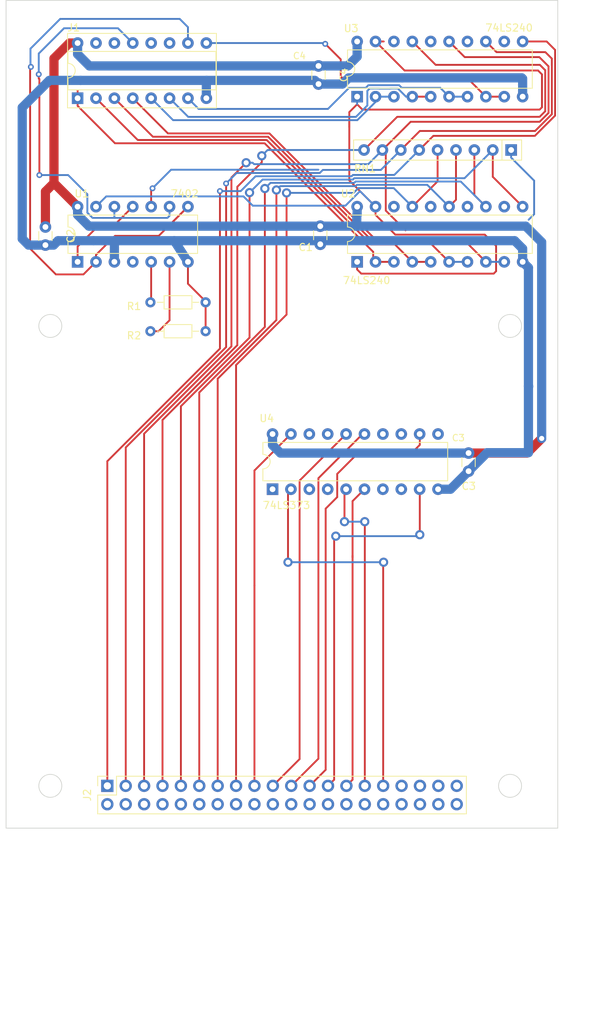
<source format=kicad_pcb>
(kicad_pcb (version 20171130) (host pcbnew "(5.1.2)-1")

  (general
    (thickness 1.6)
    (drawings 10)
    (tracks 410)
    (zones 0)
    (modules 13)
    (nets 71)
  )

  (page B)
  (layers
    (0 F.Cu signal)
    (31 B.Cu signal)
    (32 B.Adhes user)
    (33 F.Adhes user)
    (34 B.Paste user)
    (35 F.Paste user)
    (36 B.SilkS user)
    (37 F.SilkS user)
    (38 B.Mask user)
    (39 F.Mask user)
    (40 Dwgs.User user)
    (41 Cmts.User user)
    (42 Eco1.User user)
    (43 Eco2.User user)
    (44 Edge.Cuts user)
    (45 Margin user)
    (46 B.CrtYd user)
    (47 F.CrtYd user)
    (48 B.Fab user)
    (49 F.Fab user)
  )

  (setup
    (last_trace_width 0.254)
    (user_trace_width 0.254)
    (user_trace_width 0.508)
    (user_trace_width 1.27)
    (trace_clearance 0.2)
    (zone_clearance 0.508)
    (zone_45_only no)
    (trace_min 0.2)
    (via_size 0.8128)
    (via_drill 0.4064)
    (via_min_size 0.4)
    (via_min_drill 0.3)
    (user_via 1.27 0.7112)
    (uvia_size 0.3048)
    (uvia_drill 0.1016)
    (uvias_allowed no)
    (uvia_min_size 0.2)
    (uvia_min_drill 0.1)
    (edge_width 0.1)
    (segment_width 0.2)
    (pcb_text_width 0.3)
    (pcb_text_size 1.5 1.5)
    (mod_edge_width 0.15)
    (mod_text_size 1 1)
    (mod_text_width 0.15)
    (pad_size 3.9878 3.9878)
    (pad_drill 3.9878)
    (pad_to_mask_clearance 0)
    (aux_axis_origin 61.4172 179.1081)
    (visible_elements 7FFFEFFF)
    (pcbplotparams
      (layerselection 0x010fc_ffffffff)
      (usegerberextensions false)
      (usegerberattributes false)
      (usegerberadvancedattributes false)
      (creategerberjobfile false)
      (excludeedgelayer true)
      (linewidth 0.100000)
      (plotframeref false)
      (viasonmask false)
      (mode 1)
      (useauxorigin false)
      (hpglpennumber 1)
      (hpglpenspeed 20)
      (hpglpendiameter 15.000000)
      (psnegative false)
      (psa4output false)
      (plotreference true)
      (plotvalue true)
      (plotinvisibletext false)
      (padsonsilk false)
      (subtractmaskfromsilk false)
      (outputformat 1)
      (mirror false)
      (drillshape 1)
      (scaleselection 1)
      (outputdirectory ""))
  )

  (net 0 "")
  (net 1 GND)
  (net 2 +5V)
  (net 3 /Row3)
  (net 4 /Row0)
  (net 5 /Row1)
  (net 6 /Row4)
  (net 7 /Row5)
  (net 8 /Row7)
  (net 9 /D7)
  (net 10 /D1)
  (net 11 /R_~W)
  (net 12 /D2)
  (net 13 /D3)
  (net 14 /D4)
  (net 15 /~KBE)
  (net 16 /D5)
  (net 17 /D6)
  (net 18 "Net-(R1-Pad1)")
  (net 19 "Net-(R2-Pad1)")
  (net 20 /Col0)
  (net 21 /Col1)
  (net 22 /Col2)
  (net 23 /Col3)
  (net 24 /Col4)
  (net 25 /Col5)
  (net 26 /Col6)
  (net 27 /Col7)
  (net 28 "Net-(U1-Pad1)")
  (net 29 "Net-(U1-Pad10)")
  (net 30 "Net-(U1-Pad4)")
  (net 31 "Net-(U1-Pad13)")
  (net 32 "Net-(U2-Pad18)")
  (net 33 "Net-(U2-Pad16)")
  (net 34 "Net-(U2-Pad14)")
  (net 35 "Net-(U2-Pad12)")
  (net 36 "Net-(U3-Pad12)")
  (net 37 "Net-(U3-Pad14)")
  (net 38 "Net-(U3-Pad16)")
  (net 39 "Net-(U3-Pad18)")
  (net 40 /Row6)
  (net 41 /Row2)
  (net 42 /D0)
  (net 43 /~SI)
  (net 44 /NI)
  (net 45 /~A1)
  (net 46 /~A0)
  (net 47 "Net-(J2-Pad40)")
  (net 48 "Net-(J2-Pad39)")
  (net 49 "Net-(J2-Pad38)")
  (net 50 "Net-(J2-Pad37)")
  (net 51 "Net-(J2-Pad36)")
  (net 52 "Net-(J2-Pad35)")
  (net 53 "Net-(J2-Pad34)")
  (net 54 "Net-(J2-Pad33)")
  (net 55 "Net-(J2-Pad32)")
  (net 56 "Net-(J2-Pad30)")
  (net 57 "Net-(J2-Pad28)")
  (net 58 "Net-(J2-Pad26)")
  (net 59 "Net-(J2-Pad24)")
  (net 60 "Net-(J2-Pad22)")
  (net 61 "Net-(J2-Pad20)")
  (net 62 "Net-(J2-Pad18)")
  (net 63 "Net-(J2-Pad16)")
  (net 64 "Net-(J2-Pad14)")
  (net 65 "Net-(J2-Pad12)")
  (net 66 "Net-(J2-Pad10)")
  (net 67 "Net-(J2-Pad8)")
  (net 68 "Net-(J2-Pad6)")
  (net 69 "Net-(J2-Pad4)")
  (net 70 "Net-(J2-Pad2)")

  (net_class Default "This is the default net class."
    (clearance 0.2)
    (trace_width 0.254)
    (via_dia 0.8128)
    (via_drill 0.4064)
    (uvia_dia 0.3048)
    (uvia_drill 0.1016)
    (diff_pair_width 0.2032)
    (diff_pair_gap 0.254)
    (add_net /Col1)
    (add_net /Col2)
    (add_net /Col3)
    (add_net /Col4)
    (add_net /Col5)
    (add_net /Col6)
    (add_net /Col7)
    (add_net /D0)
    (add_net /D1)
    (add_net /D2)
    (add_net /D3)
    (add_net /D4)
    (add_net /D5)
    (add_net /D6)
    (add_net /D7)
    (add_net /NI)
    (add_net /R_~W)
    (add_net /Row0)
    (add_net /Row1)
    (add_net /Row2)
    (add_net /Row3)
    (add_net /Row4)
    (add_net /Row5)
    (add_net /Row6)
    (add_net /Row7)
    (add_net /~A0)
    (add_net /~A1)
    (add_net /~KBE)
    (add_net /~SI)
    (add_net "Net-(J2-Pad10)")
    (add_net "Net-(J2-Pad12)")
    (add_net "Net-(J2-Pad14)")
    (add_net "Net-(J2-Pad16)")
    (add_net "Net-(J2-Pad18)")
    (add_net "Net-(J2-Pad2)")
    (add_net "Net-(J2-Pad20)")
    (add_net "Net-(J2-Pad22)")
    (add_net "Net-(J2-Pad24)")
    (add_net "Net-(J2-Pad26)")
    (add_net "Net-(J2-Pad28)")
    (add_net "Net-(J2-Pad30)")
    (add_net "Net-(J2-Pad32)")
    (add_net "Net-(J2-Pad33)")
    (add_net "Net-(J2-Pad34)")
    (add_net "Net-(J2-Pad35)")
    (add_net "Net-(J2-Pad36)")
    (add_net "Net-(J2-Pad37)")
    (add_net "Net-(J2-Pad38)")
    (add_net "Net-(J2-Pad39)")
    (add_net "Net-(J2-Pad4)")
    (add_net "Net-(J2-Pad40)")
    (add_net "Net-(J2-Pad6)")
    (add_net "Net-(J2-Pad8)")
    (add_net "Net-(R1-Pad1)")
    (add_net "Net-(R2-Pad1)")
    (add_net "Net-(U1-Pad1)")
    (add_net "Net-(U1-Pad10)")
    (add_net "Net-(U1-Pad13)")
    (add_net "Net-(U1-Pad4)")
    (add_net "Net-(U2-Pad12)")
    (add_net "Net-(U2-Pad14)")
    (add_net "Net-(U2-Pad16)")
    (add_net "Net-(U2-Pad18)")
    (add_net "Net-(U3-Pad12)")
    (add_net "Net-(U3-Pad14)")
    (add_net "Net-(U3-Pad16)")
    (add_net "Net-(U3-Pad18)")
  )

  (net_class power1 ""
    (clearance 0.254)
    (trace_width 1.27)
    (via_dia 1.27)
    (via_drill 0.7112)
    (uvia_dia 0.3048)
    (uvia_drill 0.1016)
    (diff_pair_width 0.2032)
    (diff_pair_gap 0.254)
    (add_net +5V)
    (add_net GND)
  )

  (net_class signal ""
    (clearance 0.2032)
    (trace_width 0.254)
    (via_dia 0.8128)
    (via_drill 0.4064)
    (uvia_dia 0.3048)
    (uvia_drill 0.1016)
    (diff_pair_width 0.2032)
    (diff_pair_gap 0.254)
    (add_net /Col0)
  )

  (module Resistor_THT:R_Axial_DIN0204_L3.6mm_D1.6mm_P7.62mm_Horizontal (layer F.Cu) (tedit 5AE5139B) (tstamp 5D0D78C0)
    (at 191.1985 106.3117)
    (descr "Resistor, Axial_DIN0204 series, Axial, Horizontal, pin pitch=7.62mm, 0.167W, length*diameter=3.6*1.6mm^2, http://cdn-reichelt.de/documents/datenblatt/B400/1_4W%23YAG.pdf")
    (tags "Resistor Axial_DIN0204 series Axial Horizontal pin pitch 7.62mm 0.167W length 3.6mm diameter 1.6mm")
    (path /5C09E3FF)
    (fp_text reference R1 (at -2.2733 0.5461) (layer F.SilkS)
      (effects (font (size 1 1) (thickness 0.15)))
    )
    (fp_text value "0 ohm" (at -0.6477 1.7653) (layer F.Fab)
      (effects (font (size 1 1) (thickness 0.15)))
    )
    (fp_text user %R (at 2.54 0) (layer F.Fab)
      (effects (font (size 1 1) (thickness 0.15)))
    )
    (fp_line (start 8.57 -1.05) (end -0.95 -1.05) (layer F.CrtYd) (width 0.05))
    (fp_line (start 8.57 1.05) (end 8.57 -1.05) (layer F.CrtYd) (width 0.05))
    (fp_line (start -0.95 1.05) (end 8.57 1.05) (layer F.CrtYd) (width 0.05))
    (fp_line (start -0.95 -1.05) (end -0.95 1.05) (layer F.CrtYd) (width 0.05))
    (fp_line (start 6.68 0) (end 5.73 0) (layer F.SilkS) (width 0.12))
    (fp_line (start 0.94 0) (end 1.89 0) (layer F.SilkS) (width 0.12))
    (fp_line (start 5.73 -0.92) (end 1.89 -0.92) (layer F.SilkS) (width 0.12))
    (fp_line (start 5.73 0.92) (end 5.73 -0.92) (layer F.SilkS) (width 0.12))
    (fp_line (start 1.89 0.92) (end 5.73 0.92) (layer F.SilkS) (width 0.12))
    (fp_line (start 1.89 -0.92) (end 1.89 0.92) (layer F.SilkS) (width 0.12))
    (fp_line (start 7.62 0) (end 5.61 0) (layer F.Fab) (width 0.1))
    (fp_line (start 0 0) (end 2.01 0) (layer F.Fab) (width 0.1))
    (fp_line (start 5.61 -0.8) (end 2.01 -0.8) (layer F.Fab) (width 0.1))
    (fp_line (start 5.61 0.8) (end 5.61 -0.8) (layer F.Fab) (width 0.1))
    (fp_line (start 2.01 0.8) (end 5.61 0.8) (layer F.Fab) (width 0.1))
    (fp_line (start 2.01 -0.8) (end 2.01 0.8) (layer F.Fab) (width 0.1))
    (pad 2 thru_hole oval (at 7.62 0) (size 1.4 1.4) (drill 0.7) (layers *.Cu *.Mask)
      (net 1 GND))
    (pad 1 thru_hole circle (at 0 0) (size 1.4 1.4) (drill 0.7) (layers *.Cu *.Mask)
      (net 18 "Net-(R1-Pad1)"))
    (model ${KISYS3DMOD}/Resistor_THT.3dshapes/R_Axial_DIN0204_L3.6mm_D1.6mm_P7.62mm_Horizontal.wrl
      (at (xyz 0 0 0))
      (scale (xyz 1 1 1))
      (rotate (xyz 0 0 0))
    )
  )

  (module Resistor_THT:R_Axial_DIN0204_L3.6mm_D1.6mm_P7.62mm_Horizontal (layer F.Cu) (tedit 5AE5139B) (tstamp 5D0D78D3)
    (at 191.1985 110.2995)
    (descr "Resistor, Axial_DIN0204 series, Axial, Horizontal, pin pitch=7.62mm, 0.167W, length*diameter=3.6*1.6mm^2, http://cdn-reichelt.de/documents/datenblatt/B400/1_4W%23YAG.pdf")
    (tags "Resistor Axial_DIN0204 series Axial Horizontal pin pitch 7.62mm 0.167W length 3.6mm diameter 1.6mm")
    (path /5C09E4C7)
    (fp_text reference R2 (at -2.2733 0.6096) (layer F.SilkS)
      (effects (font (size 1 1) (thickness 0.15)))
    )
    (fp_text value "0 ohm" (at -0.9271 1.8923) (layer F.Fab)
      (effects (font (size 1 1) (thickness 0.15)))
    )
    (fp_text user %R (at 2.54 0) (layer F.Fab)
      (effects (font (size 1 1) (thickness 0.15)))
    )
    (fp_line (start 8.57 -1.05) (end -0.95 -1.05) (layer F.CrtYd) (width 0.05))
    (fp_line (start 8.57 1.05) (end 8.57 -1.05) (layer F.CrtYd) (width 0.05))
    (fp_line (start -0.95 1.05) (end 8.57 1.05) (layer F.CrtYd) (width 0.05))
    (fp_line (start -0.95 -1.05) (end -0.95 1.05) (layer F.CrtYd) (width 0.05))
    (fp_line (start 6.68 0) (end 5.73 0) (layer F.SilkS) (width 0.12))
    (fp_line (start 0.94 0) (end 1.89 0) (layer F.SilkS) (width 0.12))
    (fp_line (start 5.73 -0.92) (end 1.89 -0.92) (layer F.SilkS) (width 0.12))
    (fp_line (start 5.73 0.92) (end 5.73 -0.92) (layer F.SilkS) (width 0.12))
    (fp_line (start 1.89 0.92) (end 5.73 0.92) (layer F.SilkS) (width 0.12))
    (fp_line (start 1.89 -0.92) (end 1.89 0.92) (layer F.SilkS) (width 0.12))
    (fp_line (start 7.62 0) (end 5.61 0) (layer F.Fab) (width 0.1))
    (fp_line (start 0 0) (end 2.01 0) (layer F.Fab) (width 0.1))
    (fp_line (start 5.61 -0.8) (end 2.01 -0.8) (layer F.Fab) (width 0.1))
    (fp_line (start 5.61 0.8) (end 5.61 -0.8) (layer F.Fab) (width 0.1))
    (fp_line (start 2.01 0.8) (end 5.61 0.8) (layer F.Fab) (width 0.1))
    (fp_line (start 2.01 -0.8) (end 2.01 0.8) (layer F.Fab) (width 0.1))
    (pad 2 thru_hole oval (at 7.62 0) (size 1.4 1.4) (drill 0.7) (layers *.Cu *.Mask)
      (net 1 GND))
    (pad 1 thru_hole circle (at 0 0) (size 1.4 1.4) (drill 0.7) (layers *.Cu *.Mask)
      (net 19 "Net-(R2-Pad1)"))
    (model ${KISYS3DMOD}/Resistor_THT.3dshapes/R_Axial_DIN0204_L3.6mm_D1.6mm_P7.62mm_Horizontal.wrl
      (at (xyz 0 0 0))
      (scale (xyz 1 1 1))
      (rotate (xyz 0 0 0))
    )
  )

  (module Capacitor_THT:C_Disc_D3.0mm_W1.6mm_P2.50mm (layer F.Cu) (tedit 5AE50EF0) (tstamp 5D0D6FA7)
    (at 214.6554 95.7961 270)
    (descr "C, Disc series, Radial, pin pitch=2.50mm, , diameter*width=3.0*1.6mm^2, Capacitor, http://www.vishay.com/docs/45233/krseries.pdf")
    (tags "C Disc series Radial pin pitch 2.50mm  diameter 3.0mm width 1.6mm Capacitor")
    (path /5BFE9C80)
    (fp_text reference C1 (at 2.921 2.0193 180) (layer F.SilkS)
      (effects (font (size 1 1) (thickness 0.15)))
    )
    (fp_text value "0.1 uF" (at 4.3307 0.6731 180) (layer F.Fab)
      (effects (font (size 1 1) (thickness 0.15)))
    )
    (fp_line (start -0.25 -0.8) (end -0.25 0.8) (layer F.Fab) (width 0.1))
    (fp_line (start -0.25 0.8) (end 2.75 0.8) (layer F.Fab) (width 0.1))
    (fp_line (start 2.75 0.8) (end 2.75 -0.8) (layer F.Fab) (width 0.1))
    (fp_line (start 2.75 -0.8) (end -0.25 -0.8) (layer F.Fab) (width 0.1))
    (fp_line (start 0.621 -0.92) (end 1.879 -0.92) (layer F.SilkS) (width 0.12))
    (fp_line (start 0.621 0.92) (end 1.879 0.92) (layer F.SilkS) (width 0.12))
    (fp_line (start -1.05 -1.05) (end -1.05 1.05) (layer F.CrtYd) (width 0.05))
    (fp_line (start -1.05 1.05) (end 3.55 1.05) (layer F.CrtYd) (width 0.05))
    (fp_line (start 3.55 1.05) (end 3.55 -1.05) (layer F.CrtYd) (width 0.05))
    (fp_line (start 3.55 -1.05) (end -1.05 -1.05) (layer F.CrtYd) (width 0.05))
    (fp_text user %R (at -1.75006 2.11836 180) (layer F.SilkS) hide
      (effects (font (size 0.9 0.9) (thickness 0.135)))
    )
    (pad 1 thru_hole circle (at 0 0 270) (size 1.6 1.6) (drill 0.8) (layers *.Cu *.Mask)
      (net 2 +5V))
    (pad 2 thru_hole circle (at 2.5 0 270) (size 1.6 1.6) (drill 0.8) (layers *.Cu *.Mask)
      (net 1 GND))
    (model ${KISYS3DMOD}/Capacitor_THT.3dshapes/C_Disc_D3.0mm_W1.6mm_P2.50mm.wrl
      (at (xyz 0 0 0))
      (scale (xyz 1 1 1))
      (rotate (xyz 0 0 0))
    )
  )

  (module Capacitor_THT:C_Disc_D3.0mm_W1.6mm_P2.50mm (layer F.Cu) (tedit 5AE50EF0) (tstamp 5D0D6FB5)
    (at 176.6951 95.9104 270)
    (descr "C, Disc series, Radial, pin pitch=2.50mm, , diameter*width=3.0*1.6mm^2, Capacitor, http://www.vishay.com/docs/45233/krseries.pdf")
    (tags "C Disc series Radial pin pitch 2.50mm  diameter 3.0mm width 1.6mm Capacitor")
    (path /5BFE9D13)
    (fp_text reference C2 (at 1.25 -3.5 90) (layer F.SilkS)
      (effects (font (size 1 1) (thickness 0.15)))
    )
    (fp_text value "0.1 uF" (at 1.27 -1.778 90) (layer F.Fab)
      (effects (font (size 1 1) (thickness 0.15)))
    )
    (fp_text user %R (at 4.191 -0.635 180) (layer F.SilkS) hide
      (effects (font (size 0.9 0.9) (thickness 0.135)))
    )
    (fp_line (start 3.55 -1.05) (end -1.05 -1.05) (layer F.CrtYd) (width 0.05))
    (fp_line (start 3.55 1.05) (end 3.55 -1.05) (layer F.CrtYd) (width 0.05))
    (fp_line (start -1.05 1.05) (end 3.55 1.05) (layer F.CrtYd) (width 0.05))
    (fp_line (start -1.05 -1.05) (end -1.05 1.05) (layer F.CrtYd) (width 0.05))
    (fp_line (start 0.621 0.92) (end 1.879 0.92) (layer F.SilkS) (width 0.12))
    (fp_line (start 0.621 -0.92) (end 1.879 -0.92) (layer F.SilkS) (width 0.12))
    (fp_line (start 2.75 -0.8) (end -0.25 -0.8) (layer F.Fab) (width 0.1))
    (fp_line (start 2.75 0.8) (end 2.75 -0.8) (layer F.Fab) (width 0.1))
    (fp_line (start -0.25 0.8) (end 2.75 0.8) (layer F.Fab) (width 0.1))
    (fp_line (start -0.25 -0.8) (end -0.25 0.8) (layer F.Fab) (width 0.1))
    (pad 2 thru_hole circle (at 2.5 0 270) (size 1.6 1.6) (drill 0.8) (layers *.Cu *.Mask)
      (net 1 GND))
    (pad 1 thru_hole circle (at 0 0 270) (size 1.6 1.6) (drill 0.8) (layers *.Cu *.Mask)
      (net 2 +5V))
    (model ${KISYS3DMOD}/Capacitor_THT.3dshapes/C_Disc_D3.0mm_W1.6mm_P2.50mm.wrl
      (at (xyz 0 0 0))
      (scale (xyz 1 1 1))
      (rotate (xyz 0 0 0))
    )
  )

  (module Capacitor_THT:C_Disc_D3.0mm_W1.6mm_P2.50mm (layer F.Cu) (tedit 5AE50EF0) (tstamp 5D0FD0A6)
    (at 214.4141 73.6727 270)
    (descr "C, Disc series, Radial, pin pitch=2.50mm, , diameter*width=3.0*1.6mm^2, Capacitor, http://www.vishay.com/docs/45233/krseries.pdf")
    (tags "C Disc series Radial pin pitch 2.50mm  diameter 3.0mm width 1.6mm Capacitor")
    (path /5BFF0898)
    (fp_text reference C4 (at 1.25 -3.5 90) (layer F.SilkS)
      (effects (font (size 1 1) (thickness 0.15)))
    )
    (fp_text value C (at 1.25 3.5 90) (layer F.Fab)
      (effects (font (size 1 1) (thickness 0.15)))
    )
    (fp_text user %R (at -1.39192 2.63652 180) (layer F.SilkS)
      (effects (font (size 0.9 0.9) (thickness 0.135)))
    )
    (fp_line (start 3.55 -1.05) (end -1.05 -1.05) (layer F.CrtYd) (width 0.05))
    (fp_line (start 3.55 1.05) (end 3.55 -1.05) (layer F.CrtYd) (width 0.05))
    (fp_line (start -1.05 1.05) (end 3.55 1.05) (layer F.CrtYd) (width 0.05))
    (fp_line (start -1.05 -1.05) (end -1.05 1.05) (layer F.CrtYd) (width 0.05))
    (fp_line (start 0.621 0.92) (end 1.879 0.92) (layer F.SilkS) (width 0.12))
    (fp_line (start 0.621 -0.92) (end 1.879 -0.92) (layer F.SilkS) (width 0.12))
    (fp_line (start 2.75 -0.8) (end -0.25 -0.8) (layer F.Fab) (width 0.1))
    (fp_line (start 2.75 0.8) (end 2.75 -0.8) (layer F.Fab) (width 0.1))
    (fp_line (start -0.25 0.8) (end 2.75 0.8) (layer F.Fab) (width 0.1))
    (fp_line (start -0.25 -0.8) (end -0.25 0.8) (layer F.Fab) (width 0.1))
    (pad 2 thru_hole circle (at 2.5 0 270) (size 1.6 1.6) (drill 0.8) (layers *.Cu *.Mask)
      (net 1 GND))
    (pad 1 thru_hole circle (at 0 0 270) (size 1.6 1.6) (drill 0.8) (layers *.Cu *.Mask)
      (net 2 +5V))
    (model ${KISYS3DMOD}/Capacitor_THT.3dshapes/C_Disc_D3.0mm_W1.6mm_P2.50mm.wrl
      (at (xyz 0 0 0))
      (scale (xyz 1 1 1))
      (rotate (xyz 0 0 0))
    )
  )

  (module Capacitor_THT:C_Disc_D3.0mm_W1.6mm_P2.50mm (layer F.Cu) (tedit 5AE50EF0) (tstamp 5D0D6FC3)
    (at 235.1405 127.127 270)
    (descr "C, Disc series, Radial, pin pitch=2.50mm, , diameter*width=3.0*1.6mm^2, Capacitor, http://www.vishay.com/docs/45233/krseries.pdf")
    (tags "C Disc series Radial pin pitch 2.50mm  diameter 3.0mm width 1.6mm Capacitor")
    (path /5BFF0892)
    (fp_text reference C3 (at 4.572 -0.0254 180) (layer F.SilkS)
      (effects (font (size 1 1) (thickness 0.15)))
    )
    (fp_text value "0.1 uF" (at 6.0325 -1.651 180) (layer F.Fab)
      (effects (font (size 1 1) (thickness 0.15)))
    )
    (fp_text user %R (at -2.09296 1.41478 180) (layer F.SilkS)
      (effects (font (size 0.9 0.9) (thickness 0.135)))
    )
    (fp_line (start 3.55 -1.05) (end -1.05 -1.05) (layer F.CrtYd) (width 0.05))
    (fp_line (start 3.55 1.05) (end 3.55 -1.05) (layer F.CrtYd) (width 0.05))
    (fp_line (start -1.05 1.05) (end 3.55 1.05) (layer F.CrtYd) (width 0.05))
    (fp_line (start -1.05 -1.05) (end -1.05 1.05) (layer F.CrtYd) (width 0.05))
    (fp_line (start 0.621 0.92) (end 1.879 0.92) (layer F.SilkS) (width 0.12))
    (fp_line (start 0.621 -0.92) (end 1.879 -0.92) (layer F.SilkS) (width 0.12))
    (fp_line (start 2.75 -0.8) (end -0.25 -0.8) (layer F.Fab) (width 0.1))
    (fp_line (start 2.75 0.8) (end 2.75 -0.8) (layer F.Fab) (width 0.1))
    (fp_line (start -0.25 0.8) (end 2.75 0.8) (layer F.Fab) (width 0.1))
    (fp_line (start -0.25 -0.8) (end -0.25 0.8) (layer F.Fab) (width 0.1))
    (pad 2 thru_hole circle (at 2.5 0 270) (size 1.6 1.6) (drill 0.8) (layers *.Cu *.Mask)
      (net 1 GND))
    (pad 1 thru_hole circle (at 0 0 270) (size 1.6 1.6) (drill 0.8) (layers *.Cu *.Mask)
      (net 2 +5V))
    (model ${KISYS3DMOD}/Capacitor_THT.3dshapes/C_Disc_D3.0mm_W1.6mm_P2.50mm.wrl
      (at (xyz 0 0 0))
      (scale (xyz 1 1 1))
      (rotate (xyz 0 0 0))
    )
  )

  (module Package_DIP:DIP-20_W7.62mm (layer F.Cu) (tedit 5A02E8C5) (tstamp 5D216044)
    (at 208.0641 132.1181 90)
    (descr "20-lead though-hole mounted DIP package, row spacing 7.62 mm (300 mils)")
    (tags "THT DIP DIL PDIP 2.54mm 7.62mm 300mil")
    (path /5BCB954C)
    (fp_text reference U4 (at 9.779 -0.8001 180) (layer F.SilkS)
      (effects (font (size 1 1) (thickness 0.15)))
    )
    (fp_text value 74LS373 (at -2.2225 1.9304) (layer F.SilkS)
      (effects (font (size 1 1) (thickness 0.15)))
    )
    (fp_arc (start 3.81 -1.33) (end 2.81 -1.33) (angle -180) (layer F.SilkS) (width 0.12))
    (fp_line (start 1.635 -1.27) (end 6.985 -1.27) (layer F.Fab) (width 0.1))
    (fp_line (start 6.985 -1.27) (end 6.985 24.13) (layer F.Fab) (width 0.1))
    (fp_line (start 6.985 24.13) (end 0.635 24.13) (layer F.Fab) (width 0.1))
    (fp_line (start 0.635 24.13) (end 0.635 -0.27) (layer F.Fab) (width 0.1))
    (fp_line (start 0.635 -0.27) (end 1.635 -1.27) (layer F.Fab) (width 0.1))
    (fp_line (start 2.81 -1.33) (end 1.16 -1.33) (layer F.SilkS) (width 0.12))
    (fp_line (start 1.16 -1.33) (end 1.16 24.19) (layer F.SilkS) (width 0.12))
    (fp_line (start 1.16 24.19) (end 6.46 24.19) (layer F.SilkS) (width 0.12))
    (fp_line (start 6.46 24.19) (end 6.46 -1.33) (layer F.SilkS) (width 0.12))
    (fp_line (start 6.46 -1.33) (end 4.81 -1.33) (layer F.SilkS) (width 0.12))
    (fp_line (start -1.1 -1.55) (end -1.1 24.4) (layer F.CrtYd) (width 0.05))
    (fp_line (start -1.1 24.4) (end 8.7 24.4) (layer F.CrtYd) (width 0.05))
    (fp_line (start 8.7 24.4) (end 8.7 -1.55) (layer F.CrtYd) (width 0.05))
    (fp_line (start 8.7 -1.55) (end -1.1 -1.55) (layer F.CrtYd) (width 0.05))
    (fp_text user %R (at 7.07136 -2.72542) (layer F.SilkS) hide
      (effects (font (size 1 1) (thickness 0.15)))
    )
    (pad 1 thru_hole rect (at 0 0 90) (size 1.6 1.6) (drill 0.8) (layers *.Cu *.Mask)
      (net 1 GND))
    (pad 11 thru_hole oval (at 7.62 22.86 90) (size 1.6 1.6) (drill 0.8) (layers *.Cu *.Mask)
      (net 29 "Net-(U1-Pad10)"))
    (pad 2 thru_hole oval (at 0 2.54 90) (size 1.6 1.6) (drill 0.8) (layers *.Cu *.Mask)
      (net 4 /Row0))
    (pad 12 thru_hole oval (at 7.62 20.32 90) (size 1.6 1.6) (drill 0.8) (layers *.Cu *.Mask)
      (net 6 /Row4))
    (pad 3 thru_hole oval (at 0 5.08 90) (size 1.6 1.6) (drill 0.8) (layers *.Cu *.Mask)
      (net 32 "Net-(U2-Pad18)"))
    (pad 13 thru_hole oval (at 7.62 17.78 90) (size 1.6 1.6) (drill 0.8) (layers *.Cu *.Mask)
      (net 39 "Net-(U3-Pad18)"))
    (pad 4 thru_hole oval (at 0 7.62 90) (size 1.6 1.6) (drill 0.8) (layers *.Cu *.Mask)
      (net 33 "Net-(U2-Pad16)"))
    (pad 14 thru_hole oval (at 7.62 15.24 90) (size 1.6 1.6) (drill 0.8) (layers *.Cu *.Mask)
      (net 38 "Net-(U3-Pad16)"))
    (pad 5 thru_hole oval (at 0 10.16 90) (size 1.6 1.6) (drill 0.8) (layers *.Cu *.Mask)
      (net 5 /Row1))
    (pad 15 thru_hole oval (at 7.62 12.7 90) (size 1.6 1.6) (drill 0.8) (layers *.Cu *.Mask)
      (net 7 /Row5))
    (pad 6 thru_hole oval (at 0 12.7 90) (size 1.6 1.6) (drill 0.8) (layers *.Cu *.Mask)
      (net 41 /Row2))
    (pad 16 thru_hole oval (at 7.62 10.16 90) (size 1.6 1.6) (drill 0.8) (layers *.Cu *.Mask)
      (net 40 /Row6))
    (pad 7 thru_hole oval (at 0 15.24 90) (size 1.6 1.6) (drill 0.8) (layers *.Cu *.Mask)
      (net 34 "Net-(U2-Pad14)"))
    (pad 17 thru_hole oval (at 7.62 7.62 90) (size 1.6 1.6) (drill 0.8) (layers *.Cu *.Mask)
      (net 37 "Net-(U3-Pad14)"))
    (pad 8 thru_hole oval (at 0 17.78 90) (size 1.6 1.6) (drill 0.8) (layers *.Cu *.Mask)
      (net 35 "Net-(U2-Pad12)"))
    (pad 18 thru_hole oval (at 7.62 5.08 90) (size 1.6 1.6) (drill 0.8) (layers *.Cu *.Mask)
      (net 36 "Net-(U3-Pad12)"))
    (pad 9 thru_hole oval (at 0 20.32 90) (size 1.6 1.6) (drill 0.8) (layers *.Cu *.Mask)
      (net 3 /Row3))
    (pad 19 thru_hole oval (at 7.62 2.54 90) (size 1.6 1.6) (drill 0.8) (layers *.Cu *.Mask)
      (net 8 /Row7))
    (pad 10 thru_hole oval (at 0 22.86 90) (size 1.6 1.6) (drill 0.8) (layers *.Cu *.Mask)
      (net 1 GND))
    (pad 20 thru_hole oval (at 7.62 0 90) (size 1.6 1.6) (drill 0.8) (layers *.Cu *.Mask)
      (net 2 +5V))
    (model ${KISYS3DMOD}/Package_DIP.3dshapes/DIP-20_W7.62mm.wrl
      (at (xyz 0 0 0))
      (scale (xyz 1 1 1))
      (rotate (xyz 0 0 0))
    )
  )

  (module Connector_PinSocket_2.54mm:PinSocket_2x20_P2.54mm_Vertical (layer F.Cu) (tedit 5A19A433) (tstamp 5D215268)
    (at 185.246 173.0756 90)
    (descr "Through hole straight socket strip, 2x20, 2.54mm pitch, double cols (from Kicad 4.0.7), script generated")
    (tags "Through hole socket strip THT 2x20 2.54mm double row")
    (path /5D1EDC84)
    (fp_text reference J2 (at -1.27 -2.77 90) (layer F.SilkS)
      (effects (font (size 1 1) (thickness 0.15)))
    )
    (fp_text value Conn_02x20_Odd_Even (at -1.27 51.03 90) (layer F.Fab)
      (effects (font (size 1 1) (thickness 0.15)))
    )
    (fp_line (start -3.81 -1.27) (end 0.27 -1.27) (layer F.Fab) (width 0.1))
    (fp_line (start 0.27 -1.27) (end 1.27 -0.27) (layer F.Fab) (width 0.1))
    (fp_line (start 1.27 -0.27) (end 1.27 49.53) (layer F.Fab) (width 0.1))
    (fp_line (start 1.27 49.53) (end -3.81 49.53) (layer F.Fab) (width 0.1))
    (fp_line (start -3.81 49.53) (end -3.81 -1.27) (layer F.Fab) (width 0.1))
    (fp_line (start -3.87 -1.33) (end -1.27 -1.33) (layer F.SilkS) (width 0.12))
    (fp_line (start -3.87 -1.33) (end -3.87 49.59) (layer F.SilkS) (width 0.12))
    (fp_line (start -3.87 49.59) (end 1.33 49.59) (layer F.SilkS) (width 0.12))
    (fp_line (start 1.33 1.27) (end 1.33 49.59) (layer F.SilkS) (width 0.12))
    (fp_line (start -1.27 1.27) (end 1.33 1.27) (layer F.SilkS) (width 0.12))
    (fp_line (start -1.27 -1.33) (end -1.27 1.27) (layer F.SilkS) (width 0.12))
    (fp_line (start 1.33 -1.33) (end 1.33 0) (layer F.SilkS) (width 0.12))
    (fp_line (start 0 -1.33) (end 1.33 -1.33) (layer F.SilkS) (width 0.12))
    (fp_line (start -4.34 -1.8) (end 1.76 -1.8) (layer F.CrtYd) (width 0.05))
    (fp_line (start 1.76 -1.8) (end 1.76 50) (layer F.CrtYd) (width 0.05))
    (fp_line (start 1.76 50) (end -4.34 50) (layer F.CrtYd) (width 0.05))
    (fp_line (start -4.34 50) (end -4.34 -1.8) (layer F.CrtYd) (width 0.05))
    (fp_text user %R (at -1.27 24.13) (layer F.Fab)
      (effects (font (size 1 1) (thickness 0.15)))
    )
    (pad 1 thru_hole rect (at 0 0 90) (size 1.7 1.7) (drill 1) (layers *.Cu *.Mask)
      (net 27 /Col7))
    (pad 2 thru_hole oval (at -2.54 0 90) (size 1.7 1.7) (drill 1) (layers *.Cu *.Mask)
      (net 70 "Net-(J2-Pad2)"))
    (pad 3 thru_hole oval (at 0 2.54 90) (size 1.7 1.7) (drill 1) (layers *.Cu *.Mask)
      (net 26 /Col6))
    (pad 4 thru_hole oval (at -2.54 2.54 90) (size 1.7 1.7) (drill 1) (layers *.Cu *.Mask)
      (net 69 "Net-(J2-Pad4)"))
    (pad 5 thru_hole oval (at 0 5.08 90) (size 1.7 1.7) (drill 1) (layers *.Cu *.Mask)
      (net 25 /Col5))
    (pad 6 thru_hole oval (at -2.54 5.08 90) (size 1.7 1.7) (drill 1) (layers *.Cu *.Mask)
      (net 68 "Net-(J2-Pad6)"))
    (pad 7 thru_hole oval (at 0 7.62 90) (size 1.7 1.7) (drill 1) (layers *.Cu *.Mask)
      (net 24 /Col4))
    (pad 8 thru_hole oval (at -2.54 7.62 90) (size 1.7 1.7) (drill 1) (layers *.Cu *.Mask)
      (net 67 "Net-(J2-Pad8)"))
    (pad 9 thru_hole oval (at 0 10.16 90) (size 1.7 1.7) (drill 1) (layers *.Cu *.Mask)
      (net 23 /Col3))
    (pad 10 thru_hole oval (at -2.54 10.16 90) (size 1.7 1.7) (drill 1) (layers *.Cu *.Mask)
      (net 66 "Net-(J2-Pad10)"))
    (pad 11 thru_hole oval (at 0 12.7 90) (size 1.7 1.7) (drill 1) (layers *.Cu *.Mask)
      (net 22 /Col2))
    (pad 12 thru_hole oval (at -2.54 12.7 90) (size 1.7 1.7) (drill 1) (layers *.Cu *.Mask)
      (net 65 "Net-(J2-Pad12)"))
    (pad 13 thru_hole oval (at 0 15.24 90) (size 1.7 1.7) (drill 1) (layers *.Cu *.Mask)
      (net 21 /Col1))
    (pad 14 thru_hole oval (at -2.54 15.24 90) (size 1.7 1.7) (drill 1) (layers *.Cu *.Mask)
      (net 64 "Net-(J2-Pad14)"))
    (pad 15 thru_hole oval (at 0 17.78 90) (size 1.7 1.7) (drill 1) (layers *.Cu *.Mask)
      (net 20 /Col0))
    (pad 16 thru_hole oval (at -2.54 17.78 90) (size 1.7 1.7) (drill 1) (layers *.Cu *.Mask)
      (net 63 "Net-(J2-Pad16)"))
    (pad 17 thru_hole oval (at 0 20.32 90) (size 1.7 1.7) (drill 1) (layers *.Cu *.Mask)
      (net 8 /Row7))
    (pad 18 thru_hole oval (at -2.54 20.32 90) (size 1.7 1.7) (drill 1) (layers *.Cu *.Mask)
      (net 62 "Net-(J2-Pad18)"))
    (pad 19 thru_hole oval (at 0 22.86 90) (size 1.7 1.7) (drill 1) (layers *.Cu *.Mask)
      (net 40 /Row6))
    (pad 20 thru_hole oval (at -2.54 22.86 90) (size 1.7 1.7) (drill 1) (layers *.Cu *.Mask)
      (net 61 "Net-(J2-Pad20)"))
    (pad 21 thru_hole oval (at 0 25.4 90) (size 1.7 1.7) (drill 1) (layers *.Cu *.Mask)
      (net 7 /Row5))
    (pad 22 thru_hole oval (at -2.54 25.4 90) (size 1.7 1.7) (drill 1) (layers *.Cu *.Mask)
      (net 60 "Net-(J2-Pad22)"))
    (pad 23 thru_hole oval (at 0 27.94 90) (size 1.7 1.7) (drill 1) (layers *.Cu *.Mask)
      (net 6 /Row4))
    (pad 24 thru_hole oval (at -2.54 27.94 90) (size 1.7 1.7) (drill 1) (layers *.Cu *.Mask)
      (net 59 "Net-(J2-Pad24)"))
    (pad 25 thru_hole oval (at 0 30.48 90) (size 1.7 1.7) (drill 1) (layers *.Cu *.Mask)
      (net 3 /Row3))
    (pad 26 thru_hole oval (at -2.54 30.48 90) (size 1.7 1.7) (drill 1) (layers *.Cu *.Mask)
      (net 58 "Net-(J2-Pad26)"))
    (pad 27 thru_hole oval (at 0 33.02 90) (size 1.7 1.7) (drill 1) (layers *.Cu *.Mask)
      (net 41 /Row2))
    (pad 28 thru_hole oval (at -2.54 33.02 90) (size 1.7 1.7) (drill 1) (layers *.Cu *.Mask)
      (net 57 "Net-(J2-Pad28)"))
    (pad 29 thru_hole oval (at 0 35.56 90) (size 1.7 1.7) (drill 1) (layers *.Cu *.Mask)
      (net 5 /Row1))
    (pad 30 thru_hole oval (at -2.54 35.56 90) (size 1.7 1.7) (drill 1) (layers *.Cu *.Mask)
      (net 56 "Net-(J2-Pad30)"))
    (pad 31 thru_hole oval (at 0 38.1 90) (size 1.7 1.7) (drill 1) (layers *.Cu *.Mask)
      (net 4 /Row0))
    (pad 32 thru_hole oval (at -2.54 38.1 90) (size 1.7 1.7) (drill 1) (layers *.Cu *.Mask)
      (net 55 "Net-(J2-Pad32)"))
    (pad 33 thru_hole oval (at 0 40.64 90) (size 1.7 1.7) (drill 1) (layers *.Cu *.Mask)
      (net 54 "Net-(J2-Pad33)"))
    (pad 34 thru_hole oval (at -2.54 40.64 90) (size 1.7 1.7) (drill 1) (layers *.Cu *.Mask)
      (net 53 "Net-(J2-Pad34)"))
    (pad 35 thru_hole oval (at 0 43.18 90) (size 1.7 1.7) (drill 1) (layers *.Cu *.Mask)
      (net 52 "Net-(J2-Pad35)"))
    (pad 36 thru_hole oval (at -2.54 43.18 90) (size 1.7 1.7) (drill 1) (layers *.Cu *.Mask)
      (net 51 "Net-(J2-Pad36)"))
    (pad 37 thru_hole oval (at 0 45.72 90) (size 1.7 1.7) (drill 1) (layers *.Cu *.Mask)
      (net 50 "Net-(J2-Pad37)"))
    (pad 38 thru_hole oval (at -2.54 45.72 90) (size 1.7 1.7) (drill 1) (layers *.Cu *.Mask)
      (net 49 "Net-(J2-Pad38)"))
    (pad 39 thru_hole oval (at 0 48.26 90) (size 1.7 1.7) (drill 1) (layers *.Cu *.Mask)
      (net 48 "Net-(J2-Pad39)"))
    (pad 40 thru_hole oval (at -2.54 48.26 90) (size 1.7 1.7) (drill 1) (layers *.Cu *.Mask)
      (net 47 "Net-(J2-Pad40)"))
    (model ${KISYS3DMOD}/Connector_PinSocket_2.54mm.3dshapes/PinSocket_2x20_P2.54mm_Vertical.wrl
      (at (xyz 0 0 0))
      (scale (xyz 1 1 1))
      (rotate (xyz 0 0 0))
    )
  )

  (module Resistor_THT:R_Array_SIP9 (layer F.Cu) (tedit 5A14249F) (tstamp 5D0D78EF)
    (at 241.0206 85.2805 180)
    (descr "9-pin Resistor SIP pack")
    (tags R)
    (path /5C0319BC)
    (fp_text reference RN1 (at 20.1803 -2.5654) (layer F.SilkS)
      (effects (font (size 1 1) (thickness 0.15)))
    )
    (fp_text value 4.7k (at 11.43 2.4) (layer F.Fab)
      (effects (font (size 1 1) (thickness 0.15)))
    )
    (fp_text user %R (at 10.16 0) (layer F.Fab)
      (effects (font (size 1 1) (thickness 0.15)))
    )
    (fp_line (start -1.29 -1.25) (end -1.29 1.25) (layer F.Fab) (width 0.1))
    (fp_line (start -1.29 1.25) (end 21.61 1.25) (layer F.Fab) (width 0.1))
    (fp_line (start 21.61 1.25) (end 21.61 -1.25) (layer F.Fab) (width 0.1))
    (fp_line (start 21.61 -1.25) (end -1.29 -1.25) (layer F.Fab) (width 0.1))
    (fp_line (start 1.27 -1.25) (end 1.27 1.25) (layer F.Fab) (width 0.1))
    (fp_line (start -1.44 -1.4) (end -1.44 1.4) (layer F.SilkS) (width 0.12))
    (fp_line (start -1.44 1.4) (end 21.76 1.4) (layer F.SilkS) (width 0.12))
    (fp_line (start 21.76 1.4) (end 21.76 -1.4) (layer F.SilkS) (width 0.12))
    (fp_line (start 21.76 -1.4) (end -1.44 -1.4) (layer F.SilkS) (width 0.12))
    (fp_line (start 1.27 -1.4) (end 1.27 1.4) (layer F.SilkS) (width 0.12))
    (fp_line (start -1.7 -1.65) (end -1.7 1.65) (layer F.CrtYd) (width 0.05))
    (fp_line (start -1.7 1.65) (end 22.05 1.65) (layer F.CrtYd) (width 0.05))
    (fp_line (start 22.05 1.65) (end 22.05 -1.65) (layer F.CrtYd) (width 0.05))
    (fp_line (start 22.05 -1.65) (end -1.7 -1.65) (layer F.CrtYd) (width 0.05))
    (pad 1 thru_hole rect (at 0 0 180) (size 1.6 1.6) (drill 0.8) (layers *.Cu *.Mask)
      (net 2 +5V))
    (pad 2 thru_hole oval (at 2.54 0 180) (size 1.6 1.6) (drill 0.8) (layers *.Cu *.Mask)
      (net 23 /Col3))
    (pad 3 thru_hole oval (at 5.08 0 180) (size 1.6 1.6) (drill 0.8) (layers *.Cu *.Mask)
      (net 22 /Col2))
    (pad 4 thru_hole oval (at 7.62 0 180) (size 1.6 1.6) (drill 0.8) (layers *.Cu *.Mask)
      (net 21 /Col1))
    (pad 5 thru_hole oval (at 10.16 0 180) (size 1.6 1.6) (drill 0.8) (layers *.Cu *.Mask)
      (net 20 /Col0))
    (pad 6 thru_hole oval (at 12.7 0 180) (size 1.6 1.6) (drill 0.8) (layers *.Cu *.Mask)
      (net 27 /Col7))
    (pad 7 thru_hole oval (at 15.24 0 180) (size 1.6 1.6) (drill 0.8) (layers *.Cu *.Mask)
      (net 26 /Col6))
    (pad 8 thru_hole oval (at 17.78 0 180) (size 1.6 1.6) (drill 0.8) (layers *.Cu *.Mask)
      (net 25 /Col5))
    (pad 9 thru_hole oval (at 20.32 0 180) (size 1.6 1.6) (drill 0.8) (layers *.Cu *.Mask)
      (net 24 /Col4))
    (model ${KISYS3DMOD}/Resistor_THT.3dshapes/R_Array_SIP9.wrl
      (at (xyz 0 0 0))
      (scale (xyz 1 1 1))
      (rotate (xyz 0 0 0))
    )
  )

  (module Package_DIP:DIP-16_W7.62mm_Socket (layer F.Cu) (tedit 5A02E8C5) (tstamp 5D0D78AD)
    (at 181.1401 78.1304 90)
    (descr "16-lead though-hole mounted DIP package, row spacing 7.62 mm (300 mils), Socket")
    (tags "THT DIP DIL PDIP 2.54mm 7.62mm 300mil Socket")
    (path /5BCB9E1D)
    (fp_text reference J1 (at 9.7409 -0.5334 180) (layer F.SilkS)
      (effects (font (size 1 1) (thickness 0.15)))
    )
    (fp_text value Conn_01x16 (at 3.81 20.11 90) (layer F.Fab)
      (effects (font (size 1 1) (thickness 0.15)))
    )
    (fp_text user %R (at 9.50214 -0.78486 180) (layer F.SilkS) hide
      (effects (font (size 1 1) (thickness 0.15)))
    )
    (fp_line (start 9.15 -1.6) (end -1.55 -1.6) (layer F.CrtYd) (width 0.05))
    (fp_line (start 9.15 19.4) (end 9.15 -1.6) (layer F.CrtYd) (width 0.05))
    (fp_line (start -1.55 19.4) (end 9.15 19.4) (layer F.CrtYd) (width 0.05))
    (fp_line (start -1.55 -1.6) (end -1.55 19.4) (layer F.CrtYd) (width 0.05))
    (fp_line (start 8.95 -1.39) (end -1.33 -1.39) (layer F.SilkS) (width 0.12))
    (fp_line (start 8.95 19.17) (end 8.95 -1.39) (layer F.SilkS) (width 0.12))
    (fp_line (start -1.33 19.17) (end 8.95 19.17) (layer F.SilkS) (width 0.12))
    (fp_line (start -1.33 -1.39) (end -1.33 19.17) (layer F.SilkS) (width 0.12))
    (fp_line (start 6.46 -1.33) (end 4.81 -1.33) (layer F.SilkS) (width 0.12))
    (fp_line (start 6.46 19.11) (end 6.46 -1.33) (layer F.SilkS) (width 0.12))
    (fp_line (start 1.16 19.11) (end 6.46 19.11) (layer F.SilkS) (width 0.12))
    (fp_line (start 1.16 -1.33) (end 1.16 19.11) (layer F.SilkS) (width 0.12))
    (fp_line (start 2.81 -1.33) (end 1.16 -1.33) (layer F.SilkS) (width 0.12))
    (fp_line (start 8.89 -1.33) (end -1.27 -1.33) (layer F.Fab) (width 0.1))
    (fp_line (start 8.89 19.11) (end 8.89 -1.33) (layer F.Fab) (width 0.1))
    (fp_line (start -1.27 19.11) (end 8.89 19.11) (layer F.Fab) (width 0.1))
    (fp_line (start -1.27 -1.33) (end -1.27 19.11) (layer F.Fab) (width 0.1))
    (fp_line (start 0.635 -0.27) (end 1.635 -1.27) (layer F.Fab) (width 0.1))
    (fp_line (start 0.635 19.05) (end 0.635 -0.27) (layer F.Fab) (width 0.1))
    (fp_line (start 6.985 19.05) (end 0.635 19.05) (layer F.Fab) (width 0.1))
    (fp_line (start 6.985 -1.27) (end 6.985 19.05) (layer F.Fab) (width 0.1))
    (fp_line (start 1.635 -1.27) (end 6.985 -1.27) (layer F.Fab) (width 0.1))
    (fp_arc (start 3.81 -1.33) (end 2.81 -1.33) (angle -180) (layer F.SilkS) (width 0.12))
    (pad 16 thru_hole oval (at 7.62 0 90) (size 1.6 1.6) (drill 0.8) (layers *.Cu *.Mask)
      (net 2 +5V))
    (pad 8 thru_hole oval (at 0 17.78 90) (size 1.6 1.6) (drill 0.8) (layers *.Cu *.Mask)
      (net 1 GND))
    (pad 15 thru_hole oval (at 7.62 2.54 90) (size 1.6 1.6) (drill 0.8) (layers *.Cu *.Mask)
      (net 43 /~SI))
    (pad 7 thru_hole oval (at 0 15.24 90) (size 1.6 1.6) (drill 0.8) (layers *.Cu *.Mask)
      (net 17 /D6))
    (pad 14 thru_hole oval (at 7.62 5.08 90) (size 1.6 1.6) (drill 0.8) (layers *.Cu *.Mask)
      (net 44 /NI))
    (pad 6 thru_hole oval (at 0 12.7 90) (size 1.6 1.6) (drill 0.8) (layers *.Cu *.Mask)
      (net 16 /D5))
    (pad 13 thru_hole oval (at 7.62 7.62 90) (size 1.6 1.6) (drill 0.8) (layers *.Cu *.Mask)
      (net 15 /~KBE))
    (pad 5 thru_hole oval (at 0 10.16 90) (size 1.6 1.6) (drill 0.8) (layers *.Cu *.Mask)
      (net 14 /D4))
    (pad 12 thru_hole oval (at 7.62 10.16 90) (size 1.6 1.6) (drill 0.8) (layers *.Cu *.Mask)
      (net 45 /~A1))
    (pad 4 thru_hole oval (at 0 7.62 90) (size 1.6 1.6) (drill 0.8) (layers *.Cu *.Mask)
      (net 13 /D3))
    (pad 11 thru_hole oval (at 7.62 12.7 90) (size 1.6 1.6) (drill 0.8) (layers *.Cu *.Mask)
      (net 46 /~A0))
    (pad 3 thru_hole oval (at 0 5.08 90) (size 1.6 1.6) (drill 0.8) (layers *.Cu *.Mask)
      (net 12 /D2))
    (pad 10 thru_hole oval (at 7.62 15.24 90) (size 1.6 1.6) (drill 0.8) (layers *.Cu *.Mask)
      (net 11 /R_~W))
    (pad 2 thru_hole oval (at 0 2.54 90) (size 1.6 1.6) (drill 0.8) (layers *.Cu *.Mask)
      (net 10 /D1))
    (pad 9 thru_hole oval (at 7.62 17.78 90) (size 1.6 1.6) (drill 0.8) (layers *.Cu *.Mask)
      (net 9 /D7))
    (pad 1 thru_hole rect (at 0 0 90) (size 1.6 1.6) (drill 0.8) (layers *.Cu *.Mask)
      (net 42 /D0))
    (model ${KISYS3DMOD}/Package_DIP.3dshapes/DIP-16_W7.62mm_Socket.wrl
      (at (xyz 0 0 0))
      (scale (xyz 1 1 1))
      (rotate (xyz 0 0 0))
    )
  )

  (module Package_DIP:DIP-14_W7.62mm (layer F.Cu) (tedit 5A02E8C5) (tstamp 5D0F9C53)
    (at 181.1401 100.7237 90)
    (descr "14-lead though-hole mounted DIP package, row spacing 7.62 mm (300 mils)")
    (tags "THT DIP DIL PDIP 2.54mm 7.62mm 300mil")
    (path /5BCB96EA)
    (fp_text reference U1 (at 9.4107 0.5842 180) (layer F.SilkS)
      (effects (font (size 1 1) (thickness 0.15)))
    )
    (fp_text value 7402 (at 9.42086 14.79042 180) (layer F.SilkS)
      (effects (font (size 1 1) (thickness 0.15)))
    )
    (fp_arc (start 3.81 -1.33) (end 2.81 -1.33) (angle -180) (layer F.SilkS) (width 0.12))
    (fp_line (start 1.635 -1.27) (end 6.985 -1.27) (layer F.Fab) (width 0.1))
    (fp_line (start 6.985 -1.27) (end 6.985 16.51) (layer F.Fab) (width 0.1))
    (fp_line (start 6.985 16.51) (end 0.635 16.51) (layer F.Fab) (width 0.1))
    (fp_line (start 0.635 16.51) (end 0.635 -0.27) (layer F.Fab) (width 0.1))
    (fp_line (start 0.635 -0.27) (end 1.635 -1.27) (layer F.Fab) (width 0.1))
    (fp_line (start 2.81 -1.33) (end 1.16 -1.33) (layer F.SilkS) (width 0.12))
    (fp_line (start 1.16 -1.33) (end 1.16 16.57) (layer F.SilkS) (width 0.12))
    (fp_line (start 1.16 16.57) (end 6.46 16.57) (layer F.SilkS) (width 0.12))
    (fp_line (start 6.46 16.57) (end 6.46 -1.33) (layer F.SilkS) (width 0.12))
    (fp_line (start 6.46 -1.33) (end 4.81 -1.33) (layer F.SilkS) (width 0.12))
    (fp_line (start -1.1 -1.55) (end -1.1 16.8) (layer F.CrtYd) (width 0.05))
    (fp_line (start -1.1 16.8) (end 8.7 16.8) (layer F.CrtYd) (width 0.05))
    (fp_line (start 8.7 16.8) (end 8.7 -1.55) (layer F.CrtYd) (width 0.05))
    (fp_line (start 8.7 -1.55) (end -1.1 -1.55) (layer F.CrtYd) (width 0.05))
    (fp_text user %R (at 9.398 0.61722 180) (layer F.SilkS) hide
      (effects (font (size 1 1) (thickness 0.15)))
    )
    (pad 1 thru_hole rect (at 0 0 90) (size 1.6 1.6) (drill 0.8) (layers *.Cu *.Mask)
      (net 28 "Net-(U1-Pad1)"))
    (pad 8 thru_hole oval (at 7.62 15.24 90) (size 1.6 1.6) (drill 0.8) (layers *.Cu *.Mask)
      (net 11 /R_~W))
    (pad 2 thru_hole oval (at 0 2.54 90) (size 1.6 1.6) (drill 0.8) (layers *.Cu *.Mask)
      (net 11 /R_~W))
    (pad 9 thru_hole oval (at 7.62 12.7 90) (size 1.6 1.6) (drill 0.8) (layers *.Cu *.Mask)
      (net 15 /~KBE))
    (pad 3 thru_hole oval (at 0 5.08 90) (size 1.6 1.6) (drill 0.8) (layers *.Cu *.Mask)
      (net 1 GND))
    (pad 10 thru_hole oval (at 7.62 10.16 90) (size 1.6 1.6) (drill 0.8) (layers *.Cu *.Mask)
      (net 29 "Net-(U1-Pad10)"))
    (pad 4 thru_hole oval (at 0 7.62 90) (size 1.6 1.6) (drill 0.8) (layers *.Cu *.Mask)
      (net 30 "Net-(U1-Pad4)"))
    (pad 11 thru_hole oval (at 7.62 7.62 90) (size 1.6 1.6) (drill 0.8) (layers *.Cu *.Mask)
      (net 28 "Net-(U1-Pad1)"))
    (pad 5 thru_hole oval (at 0 10.16 90) (size 1.6 1.6) (drill 0.8) (layers *.Cu *.Mask)
      (net 18 "Net-(R1-Pad1)"))
    (pad 12 thru_hole oval (at 7.62 5.08 90) (size 1.6 1.6) (drill 0.8) (layers *.Cu *.Mask)
      (net 15 /~KBE))
    (pad 6 thru_hole oval (at 0 12.7 90) (size 1.6 1.6) (drill 0.8) (layers *.Cu *.Mask)
      (net 19 "Net-(R2-Pad1)"))
    (pad 13 thru_hole oval (at 7.62 2.54 90) (size 1.6 1.6) (drill 0.8) (layers *.Cu *.Mask)
      (net 31 "Net-(U1-Pad13)"))
    (pad 7 thru_hole oval (at 0 15.24 90) (size 1.6 1.6) (drill 0.8) (layers *.Cu *.Mask)
      (net 1 GND))
    (pad 14 thru_hole oval (at 7.62 0 90) (size 1.6 1.6) (drill 0.8) (layers *.Cu *.Mask)
      (net 2 +5V))
    (model ${KISYS3DMOD}/Package_DIP.3dshapes/DIP-14_W7.62mm.wrl
      (at (xyz 0 0 0))
      (scale (xyz 1 1 1))
      (rotate (xyz 0 0 0))
    )
  )

  (module Package_DIP:DIP-20_W7.62mm (layer F.Cu) (tedit 5A02E8C5) (tstamp 5D1E727B)
    (at 219.7481 77.9145 90)
    (descr "20-lead though-hole mounted DIP package, row spacing 7.62 mm (300 mils)")
    (tags "THT DIP DIL PDIP 2.54mm 7.62mm 300mil")
    (path /5BD2F95F)
    (fp_text reference U3 (at 9.4234 -0.8255 180) (layer F.SilkS)
      (effects (font (size 1 1) (thickness 0.15)))
    )
    (fp_text value 74LS240 (at 9.4996 20.9931 180) (layer F.SilkS)
      (effects (font (size 1 1) (thickness 0.15)))
    )
    (fp_arc (start 3.81 -1.33) (end 2.81 -1.33) (angle -180) (layer F.SilkS) (width 0.12))
    (fp_line (start 1.635 -1.27) (end 6.985 -1.27) (layer F.Fab) (width 0.1))
    (fp_line (start 6.985 -1.27) (end 6.985 24.13) (layer F.Fab) (width 0.1))
    (fp_line (start 6.985 24.13) (end 0.635 24.13) (layer F.Fab) (width 0.1))
    (fp_line (start 0.635 24.13) (end 0.635 -0.27) (layer F.Fab) (width 0.1))
    (fp_line (start 0.635 -0.27) (end 1.635 -1.27) (layer F.Fab) (width 0.1))
    (fp_line (start 2.81 -1.33) (end 1.16 -1.33) (layer F.SilkS) (width 0.12))
    (fp_line (start 1.16 -1.33) (end 1.16 24.19) (layer F.SilkS) (width 0.12))
    (fp_line (start 1.16 24.19) (end 6.46 24.19) (layer F.SilkS) (width 0.12))
    (fp_line (start 6.46 24.19) (end 6.46 -1.33) (layer F.SilkS) (width 0.12))
    (fp_line (start 6.46 -1.33) (end 4.81 -1.33) (layer F.SilkS) (width 0.12))
    (fp_line (start -1.1 -1.55) (end -1.1 24.4) (layer F.CrtYd) (width 0.05))
    (fp_line (start -1.1 24.4) (end 8.7 24.4) (layer F.CrtYd) (width 0.05))
    (fp_line (start 8.7 24.4) (end 8.7 -1.55) (layer F.CrtYd) (width 0.05))
    (fp_line (start 8.7 -1.55) (end -1.1 -1.55) (layer F.CrtYd) (width 0.05))
    (fp_text user %R (at 7.8486 -2.6924 180) (layer F.SilkS) hide
      (effects (font (size 1 1) (thickness 0.15)))
    )
    (pad 1 thru_hole rect (at 0 0 90) (size 1.6 1.6) (drill 0.8) (layers *.Cu *.Mask)
      (net 31 "Net-(U1-Pad13)"))
    (pad 11 thru_hole oval (at 7.62 22.86 90) (size 1.6 1.6) (drill 0.8) (layers *.Cu *.Mask)
      (net 27 /Col7))
    (pad 2 thru_hole oval (at 0 2.54 90) (size 1.6 1.6) (drill 0.8) (layers *.Cu *.Mask)
      (net 14 /D4))
    (pad 12 thru_hole oval (at 7.62 20.32 90) (size 1.6 1.6) (drill 0.8) (layers *.Cu *.Mask)
      (net 36 "Net-(U3-Pad12)"))
    (pad 3 thru_hole oval (at 0 5.08 90) (size 1.6 1.6) (drill 0.8) (layers *.Cu *.Mask)
      (net 14 /D4))
    (pad 13 thru_hole oval (at 7.62 17.78 90) (size 1.6 1.6) (drill 0.8) (layers *.Cu *.Mask)
      (net 26 /Col6))
    (pad 4 thru_hole oval (at 0 7.62 90) (size 1.6 1.6) (drill 0.8) (layers *.Cu *.Mask)
      (net 16 /D5))
    (pad 14 thru_hole oval (at 7.62 15.24 90) (size 1.6 1.6) (drill 0.8) (layers *.Cu *.Mask)
      (net 37 "Net-(U3-Pad14)"))
    (pad 5 thru_hole oval (at 0 10.16 90) (size 1.6 1.6) (drill 0.8) (layers *.Cu *.Mask)
      (net 16 /D5))
    (pad 15 thru_hole oval (at 7.62 12.7 90) (size 1.6 1.6) (drill 0.8) (layers *.Cu *.Mask)
      (net 25 /Col5))
    (pad 6 thru_hole oval (at 0 12.7 90) (size 1.6 1.6) (drill 0.8) (layers *.Cu *.Mask)
      (net 17 /D6))
    (pad 16 thru_hole oval (at 7.62 10.16 90) (size 1.6 1.6) (drill 0.8) (layers *.Cu *.Mask)
      (net 38 "Net-(U3-Pad16)"))
    (pad 7 thru_hole oval (at 0 15.24 90) (size 1.6 1.6) (drill 0.8) (layers *.Cu *.Mask)
      (net 17 /D6))
    (pad 17 thru_hole oval (at 7.62 7.62 90) (size 1.6 1.6) (drill 0.8) (layers *.Cu *.Mask)
      (net 24 /Col4))
    (pad 8 thru_hole oval (at 0 17.78 90) (size 1.6 1.6) (drill 0.8) (layers *.Cu *.Mask)
      (net 9 /D7))
    (pad 18 thru_hole oval (at 7.62 5.08 90) (size 1.6 1.6) (drill 0.8) (layers *.Cu *.Mask)
      (net 39 "Net-(U3-Pad18)"))
    (pad 9 thru_hole oval (at 0 20.32 90) (size 1.6 1.6) (drill 0.8) (layers *.Cu *.Mask)
      (net 9 /D7))
    (pad 19 thru_hole oval (at 7.62 2.54 90) (size 1.6 1.6) (drill 0.8) (layers *.Cu *.Mask)
      (net 31 "Net-(U1-Pad13)"))
    (pad 10 thru_hole oval (at 0 22.86 90) (size 1.6 1.6) (drill 0.8) (layers *.Cu *.Mask)
      (net 1 GND))
    (pad 20 thru_hole oval (at 7.62 0 90) (size 1.6 1.6) (drill 0.8) (layers *.Cu *.Mask)
      (net 2 +5V))
    (model ${KISYS3DMOD}/Package_DIP.3dshapes/DIP-20_W7.62mm.wrl
      (at (xyz 0 0 0))
      (scale (xyz 1 1 1))
      (rotate (xyz 0 0 0))
    )
  )

  (module Package_DIP:DIP-20_W7.62mm (layer F.Cu) (tedit 5A02E8C5) (tstamp 5D0F97A6)
    (at 219.7481 100.7237 90)
    (descr "20-lead though-hole mounted DIP package, row spacing 7.62 mm (300 mils)")
    (tags "THT DIP DIL PDIP 2.54mm 7.62mm 300mil")
    (path /5BD1C77F)
    (fp_text reference U2 (at 9.4107 -1.2446 180) (layer F.SilkS)
      (effects (font (size 1 1) (thickness 0.15)))
    )
    (fp_text value 74LS240 (at -2.5654 1.3081 180) (layer F.SilkS)
      (effects (font (size 1 1) (thickness 0.15)))
    )
    (fp_text user %R (at 9.47928 -1.11252 180) (layer F.SilkS) hide
      (effects (font (size 1 1) (thickness 0.15)))
    )
    (fp_line (start 8.7 -1.55) (end -1.1 -1.55) (layer F.CrtYd) (width 0.05))
    (fp_line (start 8.7 24.4) (end 8.7 -1.55) (layer F.CrtYd) (width 0.05))
    (fp_line (start -1.1 24.4) (end 8.7 24.4) (layer F.CrtYd) (width 0.05))
    (fp_line (start -1.1 -1.55) (end -1.1 24.4) (layer F.CrtYd) (width 0.05))
    (fp_line (start 6.46 -1.33) (end 4.81 -1.33) (layer F.SilkS) (width 0.12))
    (fp_line (start 6.46 24.19) (end 6.46 -1.33) (layer F.SilkS) (width 0.12))
    (fp_line (start 1.16 24.19) (end 6.46 24.19) (layer F.SilkS) (width 0.12))
    (fp_line (start 1.16 -1.33) (end 1.16 24.19) (layer F.SilkS) (width 0.12))
    (fp_line (start 2.81 -1.33) (end 1.16 -1.33) (layer F.SilkS) (width 0.12))
    (fp_line (start 0.635 -0.27) (end 1.635 -1.27) (layer F.Fab) (width 0.1))
    (fp_line (start 0.635 24.13) (end 0.635 -0.27) (layer F.Fab) (width 0.1))
    (fp_line (start 6.985 24.13) (end 0.635 24.13) (layer F.Fab) (width 0.1))
    (fp_line (start 6.985 -1.27) (end 6.985 24.13) (layer F.Fab) (width 0.1))
    (fp_line (start 1.635 -1.27) (end 6.985 -1.27) (layer F.Fab) (width 0.1))
    (fp_arc (start 3.81 -1.33) (end 2.81 -1.33) (angle -180) (layer F.SilkS) (width 0.12))
    (pad 20 thru_hole oval (at 7.62 0 90) (size 1.6 1.6) (drill 0.8) (layers *.Cu *.Mask)
      (net 2 +5V))
    (pad 10 thru_hole oval (at 0 22.86 90) (size 1.6 1.6) (drill 0.8) (layers *.Cu *.Mask)
      (net 1 GND))
    (pad 19 thru_hole oval (at 7.62 2.54 90) (size 1.6 1.6) (drill 0.8) (layers *.Cu *.Mask)
      (net 31 "Net-(U1-Pad13)"))
    (pad 9 thru_hole oval (at 0 20.32 90) (size 1.6 1.6) (drill 0.8) (layers *.Cu *.Mask)
      (net 13 /D3))
    (pad 18 thru_hole oval (at 7.62 5.08 90) (size 1.6 1.6) (drill 0.8) (layers *.Cu *.Mask)
      (net 32 "Net-(U2-Pad18)"))
    (pad 8 thru_hole oval (at 0 17.78 90) (size 1.6 1.6) (drill 0.8) (layers *.Cu *.Mask)
      (net 13 /D3))
    (pad 17 thru_hole oval (at 7.62 7.62 90) (size 1.6 1.6) (drill 0.8) (layers *.Cu *.Mask)
      (net 20 /Col0))
    (pad 7 thru_hole oval (at 0 15.24 90) (size 1.6 1.6) (drill 0.8) (layers *.Cu *.Mask)
      (net 12 /D2))
    (pad 16 thru_hole oval (at 7.62 10.16 90) (size 1.6 1.6) (drill 0.8) (layers *.Cu *.Mask)
      (net 33 "Net-(U2-Pad16)"))
    (pad 6 thru_hole oval (at 0 12.7 90) (size 1.6 1.6) (drill 0.8) (layers *.Cu *.Mask)
      (net 12 /D2))
    (pad 15 thru_hole oval (at 7.62 12.7 90) (size 1.6 1.6) (drill 0.8) (layers *.Cu *.Mask)
      (net 21 /Col1))
    (pad 5 thru_hole oval (at 0 10.16 90) (size 1.6 1.6) (drill 0.8) (layers *.Cu *.Mask)
      (net 10 /D1))
    (pad 14 thru_hole oval (at 7.62 15.24 90) (size 1.6 1.6) (drill 0.8) (layers *.Cu *.Mask)
      (net 34 "Net-(U2-Pad14)"))
    (pad 4 thru_hole oval (at 0 7.62 90) (size 1.6 1.6) (drill 0.8) (layers *.Cu *.Mask)
      (net 10 /D1))
    (pad 13 thru_hole oval (at 7.62 17.78 90) (size 1.6 1.6) (drill 0.8) (layers *.Cu *.Mask)
      (net 22 /Col2))
    (pad 3 thru_hole oval (at 0 5.08 90) (size 1.6 1.6) (drill 0.8) (layers *.Cu *.Mask)
      (net 42 /D0))
    (pad 12 thru_hole oval (at 7.62 20.32 90) (size 1.6 1.6) (drill 0.8) (layers *.Cu *.Mask)
      (net 35 "Net-(U2-Pad12)"))
    (pad 2 thru_hole oval (at 0 2.54 90) (size 1.6 1.6) (drill 0.8) (layers *.Cu *.Mask)
      (net 42 /D0))
    (pad 11 thru_hole oval (at 7.62 22.86 90) (size 1.6 1.6) (drill 0.8) (layers *.Cu *.Mask)
      (net 23 /Col3))
    (pad 1 thru_hole rect (at 0 0 90) (size 1.6 1.6) (drill 0.8) (layers *.Cu *.Mask)
      (net 31 "Net-(U1-Pad13)"))
    (model ${KISYS3DMOD}/Package_DIP.3dshapes/DIP-20_W7.62mm.wrl
      (at (xyz 0 0 0))
      (scale (xyz 1 1 1))
      (rotate (xyz 0 0 0))
    )
  )

  (gr_text "Pin 1 of keyboard connector must be at least 3.5\" from\npin 1 of interface connector in order for interface connector\nto be accessible with keyboard assembled." (at 170.4213 202.3745) (layer Cmts.User)
    (effects (font (size 1.524 1.524) (thickness 0.15)) (justify left))
  )
  (gr_text "Mounting holes:\n0.125\" Non-plated\n2.5\" square spacing\nPin 1 of connector 0.31\", 0\" (x,y) relative to center of left lower hole." (at 170.4213 188.6458) (layer Cmts.User)
    (effects (font (size 1.524 1.524) (thickness 0.2032)) (justify left))
  )
  (gr_circle (center 240.872 109.5756) (end 242.4595 109.5756) (layer Edge.Cuts) (width 0.1) (tstamp 5D21542F))
  (gr_circle (center 177.372 109.5756) (end 178.9595 109.5756) (layer Edge.Cuts) (width 0.1) (tstamp 5D21542E))
  (gr_circle (center 177.372 173.0756) (end 178.9595 173.0756) (layer Edge.Cuts) (width 0.1) (tstamp 5D2152E9))
  (gr_circle (center 240.872 173.0756) (end 242.4595 173.0756) (layer Edge.Cuts) (width 0.1) (tstamp 5D2152E6))
  (gr_line (start 171.2595 64.6176) (end 247.4595 64.6176) (layer Edge.Cuts) (width 0.1))
  (gr_line (start 247.4595 64.6176) (end 247.4595 178.9176) (layer Edge.Cuts) (width 0.1) (tstamp 5D2152E3))
  (gr_line (start 247.4595 178.9176) (end 171.2595 178.9176) (layer Edge.Cuts) (width 0.1))
  (gr_line (start 171.2595 64.6176) (end 171.2595 178.9176) (layer Edge.Cuts) (width 0.1) (tstamp 5D2152EC))

  (segment (start 242.490117 75.317477) (end 225.977967 75.317477) (width 1.27) (layer B.Cu) (net 1))
  (segment (start 242.490117 75.317477) (end 242.6081 75.43546) (width 1.27) (layer B.Cu) (net 1))
  (segment (start 242.6081 75.43546) (end 242.6081 77.9145) (width 1.27) (layer B.Cu) (net 1))
  (segment (start 241.5032 97.8027) (end 242.6081 98.9076) (width 1.27) (layer B.Cu) (net 1))
  (segment (start 242.6081 98.9076) (end 242.6081 100.7237) (width 1.27) (layer B.Cu) (net 1))
  (segment (start 194.4878 97.8027) (end 241.5032 97.8027) (width 1.27) (layer B.Cu) (net 1))
  (segment (start 225.977967 75.317477) (end 225.977965 75.317479) (width 1.27) (layer B.Cu) (net 1))
  (segment (start 198.9201 75.69454) (end 198.9201 78.1304) (width 1.27) (layer B.Cu) (net 1))
  (segment (start 181.54396 75.6666) (end 177.23866 75.6666) (width 1.27) (layer B.Cu) (net 1))
  (segment (start 198.94804 75.6666) (end 198.9201 75.69454) (width 1.27) (layer B.Cu) (net 1))
  (segment (start 198.94804 75.6666) (end 181.54396 75.6666) (width 1.27) (layer B.Cu) (net 1))
  (segment (start 198.94804 75.6666) (end 213.908 75.6666) (width 1.27) (layer B.Cu) (net 1))
  (segment (start 213.908 75.6666) (end 214.4141 76.1727) (width 1.27) (layer B.Cu) (net 1))
  (segment (start 225.977965 75.317479) (end 218.574008 75.317477) (width 1.27) (layer B.Cu) (net 1))
  (segment (start 218.574008 75.317477) (end 217.718785 76.1727) (width 1.27) (layer B.Cu) (net 1))
  (segment (start 217.718785 76.1727) (end 214.4141 76.1727) (width 1.27) (layer B.Cu) (net 1))
  (segment (start 194.4878 97.8027) (end 196.3801 100.7237) (width 1.27) (layer B.Cu) (net 1))
  (segment (start 173.49216 97.53854) (end 174.36402 98.4104) (width 1.27) (layer B.Cu) (net 1))
  (segment (start 174.36402 98.4104) (end 176.6951 98.4104) (width 1.27) (layer B.Cu) (net 1))
  (segment (start 177.23866 75.6666) (end 173.49216 79.4131) (width 1.27) (layer B.Cu) (net 1))
  (segment (start 186.2201 99.59233) (end 186.2201 97.8027) (width 1.27) (layer B.Cu) (net 1))
  (segment (start 186.2201 100.7237) (end 186.2201 99.59233) (width 1.27) (layer B.Cu) (net 1))
  (segment (start 178.43417 97.8027) (end 183.3499 97.8027) (width 1.27) (layer B.Cu) (net 1))
  (segment (start 181.5339 75.6666) (end 181.54396 75.6666) (width 1.27) (layer B.Cu) (net 1))
  (segment (start 177.82647 98.4104) (end 178.43417 97.8027) (width 1.27) (layer B.Cu) (net 1))
  (segment (start 176.6951 98.4104) (end 177.82647 98.4104) (width 1.27) (layer B.Cu) (net 1))
  (segment (start 183.3499 97.8027) (end 186.2201 97.8027) (width 1.27) (layer B.Cu) (net 1))
  (segment (start 173.49216 79.4131) (end 173.49216 97.53854) (width 1.27) (layer B.Cu) (net 1))
  (segment (start 186.2201 97.8027) (end 194.4878 97.8027) (width 1.27) (layer B.Cu) (net 1))
  (segment (start 243.408099 117.881299) (end 243.4463 117.9195) (width 1.27) (layer B.Cu) (net 1))
  (segment (start 242.6081 100.7237) (end 243.408099 101.523699) (width 1.27) (layer B.Cu) (net 1))
  (segment (start 243.408099 101.523699) (end 243.408099 117.881299) (width 1.27) (layer B.Cu) (net 1))
  (segment (start 243.408099 117.881299) (end 243.408099 127.076301) (width 1.27) (layer B.Cu) (net 1))
  (segment (start 237.691199 127.076301) (end 235.1405 129.627) (width 1.27) (layer B.Cu) (net 1))
  (segment (start 243.408099 127.076301) (end 237.691199 127.076301) (width 1.27) (layer B.Cu) (net 1))
  (segment (start 232.6494 132.1181) (end 235.1405 129.627) (width 1.27) (layer B.Cu) (net 1))
  (segment (start 230.9241 132.1181) (end 232.6494 132.1181) (width 1.27) (layer B.Cu) (net 1))
  (segment (start 198.8185 106.4387) (end 198.9455 106.3117) (width 0.254) (layer F.Cu) (net 1))
  (segment (start 198.8185 110.2995) (end 198.8185 106.4387) (width 0.254) (layer F.Cu) (net 1))
  (segment (start 196.3801 103.7463) (end 196.3801 100.7237) (width 0.254) (layer F.Cu) (net 1))
  (segment (start 198.9455 106.3117) (end 196.3801 103.7463) (width 0.254) (layer F.Cu) (net 1))
  (segment (start 176.6951 91.0209) (end 176.6951 95.9104) (width 1.27) (layer F.Cu) (net 2))
  (segment (start 177.8762 72.64293) (end 177.8762 89.8398) (width 1.27) (layer F.Cu) (net 2))
  (segment (start 182.70113 95.7961) (end 181.1401 94.23507) (width 1.27) (layer B.Cu) (net 2))
  (segment (start 214.6554 95.7961) (end 182.70113 95.7961) (width 1.27) (layer B.Cu) (net 2))
  (segment (start 182.7657 73.6727) (end 214.4141 73.6727) (width 1.27) (layer B.Cu) (net 2))
  (segment (start 181.1401 94.23507) (end 181.1401 93.1037) (width 1.27) (layer B.Cu) (net 2))
  (segment (start 177.8762 89.8398) (end 176.6951 91.0209) (width 1.27) (layer F.Cu) (net 2))
  (segment (start 181.1401 70.5104) (end 181.1401 72.0471) (width 1.27) (layer B.Cu) (net 2))
  (segment (start 181.1401 72.0471) (end 182.7657 73.6727) (width 1.27) (layer B.Cu) (net 2))
  (segment (start 177.8762 89.8398) (end 181.1401 93.1037) (width 1.27) (layer F.Cu) (net 2))
  (segment (start 181.1401 70.5104) (end 180.00873 70.5104) (width 1.27) (layer F.Cu) (net 2))
  (segment (start 180.00873 70.5104) (end 177.8762 72.64293) (width 1.27) (layer F.Cu) (net 2))
  (segment (start 219.7481 93.9419) (end 219.7481 93.1037) (width 0.254) (layer B.Cu) (net 2))
  (segment (start 241.0206 85.2805) (end 241.0206 86.3345) (width 0.254) (layer B.Cu) (net 2))
  (segment (start 244.1956 89.5095) (end 244.1956 94.1451) (width 0.254) (layer B.Cu) (net 2))
  (segment (start 241.0206 86.3345) (end 244.1956 89.5095) (width 0.254) (layer B.Cu) (net 2))
  (segment (start 244.1956 94.1451) (end 243.4336 94.9071) (width 0.254) (layer B.Cu) (net 2))
  (via (at 245.237 125.1077) (size 1.27) (drill 0.7112) (layers F.Cu B.Cu) (net 2))
  (segment (start 235.1405 127.127) (end 243.2177 127.127) (width 1.27) (layer F.Cu) (net 2))
  (segment (start 243.2177 127.127) (end 245.237 125.1077) (width 1.27) (layer F.Cu) (net 2))
  (segment (start 245.237 98.0059) (end 245.237 125.1077) (width 1.27) (layer B.Cu) (net 2))
  (segment (start 243.0272 95.7961) (end 245.237 98.0059) (width 1.27) (layer B.Cu) (net 2))
  (segment (start 208.0641 126.0348) (end 208.0641 124.4981) (width 1.27) (layer B.Cu) (net 2))
  (segment (start 235.1405 127.127) (end 209.1563 127.127) (width 1.27) (layer B.Cu) (net 2))
  (segment (start 209.1563 127.127) (end 208.0641 126.0348) (width 1.27) (layer B.Cu) (net 2))
  (segment (start 219.6973 94.28587) (end 219.6973 95.7961) (width 1.27) (layer B.Cu) (net 2))
  (segment (start 219.7481 94.23507) (end 219.6973 94.28587) (width 1.27) (layer B.Cu) (net 2))
  (segment (start 219.7481 93.1037) (end 219.7481 94.23507) (width 1.27) (layer B.Cu) (net 2))
  (segment (start 214.6554 95.7961) (end 219.6973 95.7961) (width 1.27) (layer B.Cu) (net 2))
  (segment (start 219.6973 95.7961) (end 243.0272 95.7961) (width 1.27) (layer B.Cu) (net 2))
  (segment (start 219.7481 72.39) (end 219.7481 70.2945) (width 1.27) (layer B.Cu) (net 2))
  (segment (start 214.4141 73.6727) (end 218.4654 73.6727) (width 1.27) (layer B.Cu) (net 2))
  (segment (start 218.4654 73.6727) (end 219.7481 72.39) (width 1.27) (layer B.Cu) (net 2))
  (segment (start 228.2819 132.1181) (end 228.3841 132.1181) (width 0.254) (layer F.Cu) (net 3))
  (segment (start 216.575999 172.225601) (end 216.575999 141.024001) (width 0.254) (layer F.Cu) (net 3))
  (segment (start 215.726 173.0756) (end 216.575999 172.225601) (width 0.254) (layer F.Cu) (net 3))
  (segment (start 216.575999 138.824001) (end 216.8 138.6) (width 0.254) (layer F.Cu) (net 3))
  (segment (start 216.575999 141.024001) (end 216.575999 138.824001) (width 0.254) (layer F.Cu) (net 3))
  (via (at 216.8 138.6) (size 1.27) (drill 0.7112) (layers F.Cu B.Cu) (net 3))
  (via (at 228.4 138.4) (size 1.27) (drill 0.7112) (layers F.Cu B.Cu) (net 3))
  (segment (start 216.8 138.6) (end 228.2 138.6) (width 0.254) (layer B.Cu) (net 3))
  (segment (start 228.2 138.6) (end 228.4 138.4) (width 0.254) (layer B.Cu) (net 3))
  (segment (start 228.4 132.134) (end 228.3841 132.1181) (width 0.254) (layer F.Cu) (net 3))
  (segment (start 228.4 138.4) (end 228.4 132.134) (width 0.254) (layer F.Cu) (net 3))
  (via (at 210.2 142.2) (size 1.27) (drill 0.7112) (layers F.Cu B.Cu) (net 4))
  (segment (start 210.2 132.5222) (end 210.6041 132.1181) (width 0.254) (layer F.Cu) (net 4))
  (segment (start 210.2 142.2) (end 210.2 132.5222) (width 0.254) (layer F.Cu) (net 4))
  (via (at 223.400006 142.2) (size 1.27) (drill 0.7112) (layers F.Cu B.Cu) (net 4))
  (segment (start 210.2 142.2) (end 223.400006 142.2) (width 0.254) (layer B.Cu) (net 4))
  (segment (start 223.346 173.0756) (end 223.346 142.254006) (width 0.254) (layer F.Cu) (net 4))
  (segment (start 223.346 142.254006) (end 223.400006 142.2) (width 0.254) (layer F.Cu) (net 4))
  (via (at 218 136.6) (size 1.27) (drill 0.7112) (layers F.Cu B.Cu) (net 5))
  (segment (start 218 132.3422) (end 218.2241 132.1181) (width 0.254) (layer F.Cu) (net 5))
  (segment (start 218 136.6) (end 218 132.3422) (width 0.254) (layer F.Cu) (net 5))
  (via (at 220.8 136.600006) (size 1.27) (drill 0.7112) (layers F.Cu B.Cu) (net 5))
  (segment (start 218 136.6) (end 220.799994 136.6) (width 0.254) (layer B.Cu) (net 5))
  (segment (start 220.799994 136.6) (end 220.8 136.600006) (width 0.254) (layer B.Cu) (net 5))
  (segment (start 220.806 136.606006) (end 220.8 136.600006) (width 0.254) (layer F.Cu) (net 5))
  (segment (start 220.806 173.0756) (end 220.806 136.606006) (width 0.254) (layer F.Cu) (net 5))
  (segment (start 228.4 124.514) (end 228.3841 124.4981) (width 0.254) (layer F.Cu) (net 6))
  (segment (start 228.4 126) (end 228.4 124.514) (width 0.254) (layer F.Cu) (net 6))
  (segment (start 227.2 127.2) (end 228.4 126) (width 0.254) (layer F.Cu) (net 6))
  (segment (start 215.4 170.8616) (end 215.4 134.8) (width 0.254) (layer F.Cu) (net 6))
  (segment (start 213.186 173.0756) (end 215.4 170.8616) (width 0.254) (layer F.Cu) (net 6))
  (segment (start 217 133.2) (end 217 130) (width 0.254) (layer F.Cu) (net 6))
  (segment (start 217 130) (end 219.8 127.2) (width 0.254) (layer F.Cu) (net 6))
  (segment (start 215.4 134.8) (end 217 133.2) (width 0.254) (layer F.Cu) (net 6))
  (segment (start 219.8 127.2) (end 227.2 127.2) (width 0.254) (layer F.Cu) (net 6))
  (segment (start 220.8 124.534) (end 220.7641 124.4981) (width 0.254) (layer F.Cu) (net 7))
  (segment (start 220.466 124.534) (end 220.8 124.534) (width 0.254) (layer F.Cu) (net 7))
  (segment (start 214.4 130.6) (end 220.466 124.534) (width 0.254) (layer F.Cu) (net 7))
  (segment (start 210.646 173.0756) (end 214.4 169.3216) (width 0.254) (layer F.Cu) (net 7))
  (segment (start 214.4 169.3216) (end 214.4 130.6) (width 0.254) (layer F.Cu) (net 7))
  (segment (start 210.6041 124.4981) (end 205.566 129.5362) (width 0.254) (layer F.Cu) (net 8))
  (segment (start 205.566 145.410238) (end 205.566 173.0756) (width 0.254) (layer F.Cu) (net 8))
  (segment (start 205.566 129.5362) (end 205.566 145.410238) (width 0.254) (layer F.Cu) (net 8))
  (segment (start 215.3412 70.62216) (end 217.47734 72.7583) (width 0.254) (layer F.Cu) (net 9))
  (segment (start 217.47734 72.7583) (end 217.47734 75.2856) (width 0.254) (layer F.Cu) (net 9))
  (segment (start 234.8992 75.2856) (end 236.728101 77.114501) (width 0.254) (layer F.Cu) (net 9))
  (segment (start 217.47734 75.2856) (end 234.8992 75.2856) (width 0.254) (layer F.Cu) (net 9))
  (segment (start 238.93673 77.9145) (end 240.0681 77.9145) (width 0.254) (layer F.Cu) (net 9))
  (segment (start 198.9201 70.5104) (end 215.22944 70.5104) (width 0.254) (layer B.Cu) (net 9))
  (segment (start 215.22944 70.5104) (end 215.3412 70.62216) (width 0.254) (layer B.Cu) (net 9))
  (segment (start 238.93673 77.9145) (end 237.5281 77.9145) (width 0.254) (layer F.Cu) (net 9))
  (segment (start 236.728101 77.114501) (end 237.5281 77.9145) (width 0.254) (layer F.Cu) (net 9))
  (via (at 215.3412 70.62216) (size 0.8128) (drill 0.4064) (layers F.Cu B.Cu) (net 9))
  (segment (start 227.3681 100.7237) (end 229.9081 100.7237) (width 0.254) (layer F.Cu) (net 10))
  (segment (start 183.6801 78.1304) (end 189.449089 83.899389) (width 0.254) (layer F.Cu) (net 10))
  (segment (start 189.449089 83.899389) (end 207.261559 83.899391) (width 0.254) (layer F.Cu) (net 10))
  (segment (start 226.568101 99.923701) (end 227.3681 100.7237) (width 0.254) (layer F.Cu) (net 10))
  (segment (start 224.970933 98.326533) (end 226.568101 99.923701) (width 0.254) (layer F.Cu) (net 10))
  (segment (start 207.261559 83.899391) (end 221.688701 98.326533) (width 0.254) (layer F.Cu) (net 10))
  (segment (start 221.688701 98.326533) (end 224.970933 98.326533) (width 0.254) (layer F.Cu) (net 10))
  (segment (start 178.73726 67.17792) (end 195.24472 67.17792) (width 0.254) (layer B.Cu) (net 11))
  (segment (start 174.63008 73.7489) (end 174.63008 71.2851) (width 0.254) (layer B.Cu) (net 11))
  (segment (start 195.24472 67.17792) (end 196.3801 68.3133) (width 0.254) (layer B.Cu) (net 11))
  (segment (start 174.68469 73.80351) (end 174.63008 73.7489) (width 0.254) (layer B.Cu) (net 11))
  (segment (start 174.63008 71.2851) (end 178.73726 67.17792) (width 0.254) (layer B.Cu) (net 11))
  (segment (start 196.3801 68.3133) (end 196.3801 70.5104) (width 0.254) (layer B.Cu) (net 11))
  (segment (start 174.68469 73.80351) (end 174.58182 73.90638) (width 0.254) (layer F.Cu) (net 11))
  (segment (start 186.30646 97.13468) (end 192.34912 97.13468) (width 0.254) (layer F.Cu) (net 11))
  (segment (start 174.58182 98.89744) (end 178.1429 102.45852) (width 0.254) (layer F.Cu) (net 11))
  (segment (start 192.34912 97.13468) (end 196.3801 93.1037) (width 0.254) (layer F.Cu) (net 11))
  (segment (start 174.58182 73.90638) (end 174.58182 98.89744) (width 0.254) (layer F.Cu) (net 11))
  (segment (start 193.7385 95.7453) (end 196.3801 93.1037) (width 0.254) (layer F.Cu) (net 11))
  (segment (start 183.6801 99.76104) (end 186.30646 97.13468) (width 0.254) (layer F.Cu) (net 11))
  (segment (start 181.94528 102.45852) (end 183.6801 100.7237) (width 0.254) (layer F.Cu) (net 11))
  (segment (start 183.6801 100.7237) (end 183.6801 99.76104) (width 0.254) (layer F.Cu) (net 11))
  (segment (start 178.1429 102.45852) (end 181.94528 102.45852) (width 0.254) (layer F.Cu) (net 11))
  (via (at 174.68469 73.80351) (size 0.8128) (drill 0.4064) (layers F.Cu B.Cu) (net 11))
  (segment (start 232.4481 100.7237) (end 234.9881 100.7237) (width 0.254) (layer B.Cu) (net 12))
  (segment (start 207.449617 83.445381) (end 221.876758 97.872522) (width 0.254) (layer F.Cu) (net 12))
  (segment (start 221.876758 97.872522) (end 229.596922 97.872522) (width 0.254) (layer F.Cu) (net 12))
  (segment (start 231.648101 99.923701) (end 232.4481 100.7237) (width 0.254) (layer F.Cu) (net 12))
  (segment (start 229.596922 97.872522) (end 231.648101 99.923701) (width 0.254) (layer F.Cu) (net 12))
  (segment (start 191.535079 83.445379) (end 207.449617 83.445381) (width 0.254) (layer F.Cu) (net 12))
  (segment (start 186.2201 78.1304) (end 191.535079 83.445379) (width 0.254) (layer F.Cu) (net 12))
  (segment (start 238.65947 100.7237) (end 240.0681 100.7237) (width 0.254) (layer B.Cu) (net 13))
  (segment (start 237.5281 100.7237) (end 238.65947 100.7237) (width 0.254) (layer B.Cu) (net 13))
  (segment (start 222.064815 97.418511) (end 234.222911 97.418511) (width 0.254) (layer F.Cu) (net 13))
  (segment (start 188.7601 78.1304) (end 193.621069 82.991369) (width 0.254) (layer F.Cu) (net 13))
  (segment (start 236.728101 99.923701) (end 237.5281 100.7237) (width 0.254) (layer F.Cu) (net 13))
  (segment (start 234.222911 97.418511) (end 236.728101 99.923701) (width 0.254) (layer F.Cu) (net 13))
  (segment (start 207.637675 82.991371) (end 222.064815 97.418511) (width 0.254) (layer F.Cu) (net 13))
  (segment (start 193.621069 82.991369) (end 207.637675 82.991371) (width 0.254) (layer F.Cu) (net 13))
  (segment (start 219.771058 81.15997) (end 222.2881 78.642928) (width 0.254) (layer B.Cu) (net 14))
  (segment (start 191.3001 78.1304) (end 194.329671 81.159971) (width 0.254) (layer B.Cu) (net 14))
  (segment (start 223.69673 77.9145) (end 222.2881 77.9145) (width 0.254) (layer B.Cu) (net 14))
  (segment (start 224.8281 77.9145) (end 223.69673 77.9145) (width 0.254) (layer B.Cu) (net 14))
  (segment (start 222.2881 78.642928) (end 222.2881 77.9145) (width 0.254) (layer B.Cu) (net 14))
  (segment (start 194.329671 81.159971) (end 219.771058 81.15997) (width 0.254) (layer B.Cu) (net 14))
  (segment (start 186.2201 94.5769) (end 186.2201 93.1037) (width 0.254) (layer B.Cu) (net 15))
  (segment (start 186.29376 94.65056) (end 186.2201 94.5769) (width 0.254) (layer B.Cu) (net 15))
  (segment (start 179.832 88.73998) (end 182.48884 91.39682) (width 0.254) (layer B.Cu) (net 15))
  (segment (start 175.77054 71.96328) (end 175.77054 74.8284) (width 0.254) (layer B.Cu) (net 15))
  (segment (start 193.74104 94.45752) (end 193.8401 94.35846) (width 0.254) (layer B.Cu) (net 15))
  (segment (start 193.8401 94.35846) (end 193.8401 93.1037) (width 0.254) (layer B.Cu) (net 15))
  (segment (start 186.29376 94.65056) (end 193.548 94.65056) (width 0.254) (layer B.Cu) (net 15))
  (segment (start 175.77054 75.403136) (end 175.86198 75.494576) (width 0.254) (layer F.Cu) (net 15))
  (segment (start 183.20512 94.65056) (end 184.67324 94.65056) (width 0.254) (layer B.Cu) (net 15))
  (segment (start 179.80152 68.47078) (end 179.26304 68.47078) (width 0.254) (layer B.Cu) (net 15))
  (segment (start 182.48884 93.93428) (end 183.20512 94.65056) (width 0.254) (layer B.Cu) (net 15))
  (segment (start 175.86198 88.73998) (end 179.832 88.73998) (width 0.254) (layer B.Cu) (net 15))
  (segment (start 182.48884 91.39682) (end 182.48884 93.93428) (width 0.254) (layer B.Cu) (net 15))
  (segment (start 175.86198 75.494576) (end 175.86198 88.73998) (width 0.254) (layer F.Cu) (net 15))
  (segment (start 189.1284 70.1421) (end 188.7601 70.5104) (width 0.254) (layer F.Cu) (net 15))
  (segment (start 184.67324 94.65056) (end 186.29376 94.65056) (width 0.254) (layer B.Cu) (net 15))
  (segment (start 193.548 94.65056) (end 193.74104 94.45752) (width 0.254) (layer B.Cu) (net 15))
  (segment (start 188.7601 70.5104) (end 186.72048 68.47078) (width 0.254) (layer B.Cu) (net 15))
  (segment (start 186.72048 68.47078) (end 179.80152 68.47078) (width 0.254) (layer B.Cu) (net 15))
  (segment (start 179.26304 68.47078) (end 175.77054 71.96328) (width 0.254) (layer B.Cu) (net 15))
  (segment (start 175.77054 74.8284) (end 175.77054 75.403136) (width 0.254) (layer F.Cu) (net 15))
  (via (at 175.77054 74.8284) (size 0.8128) (drill 0.4064) (layers F.Cu B.Cu) (net 15))
  (via (at 175.86198 88.73998) (size 0.8128) (drill 0.4064) (layers F.Cu B.Cu) (net 15))
  (segment (start 229.9081 77.9145) (end 228.77673 77.9145) (width 0.254) (layer F.Cu) (net 16))
  (segment (start 225.369061 76.787499) (end 226.496062 77.9145) (width 0.254) (layer B.Cu) (net 16))
  (segment (start 224.275198 76.79944) (end 224.287139 76.787499) (width 0.254) (layer B.Cu) (net 16))
  (segment (start 222.829061 76.787499) (end 222.841002 76.79944) (width 0.254) (layer B.Cu) (net 16))
  (segment (start 219.583 80.70596) (end 221.161099 79.127861) (width 0.254) (layer B.Cu) (net 16))
  (segment (start 222.841002 76.79944) (end 224.275198 76.79944) (width 0.254) (layer B.Cu) (net 16))
  (segment (start 221.161099 77.112619) (end 221.486219 76.787499) (width 0.254) (layer B.Cu) (net 16))
  (segment (start 224.287139 76.787499) (end 225.369061 76.787499) (width 0.254) (layer B.Cu) (net 16))
  (segment (start 221.486219 76.787499) (end 222.829061 76.787499) (width 0.254) (layer B.Cu) (net 16))
  (segment (start 228.77673 77.9145) (end 227.3681 77.9145) (width 0.254) (layer F.Cu) (net 16))
  (segment (start 221.161099 79.127861) (end 221.161099 77.112619) (width 0.254) (layer B.Cu) (net 16))
  (segment (start 193.8401 78.1304) (end 196.41566 80.70596) (width 0.254) (layer B.Cu) (net 16))
  (segment (start 226.496062 77.9145) (end 227.3681 77.9145) (width 0.254) (layer B.Cu) (net 16))
  (segment (start 196.41566 80.70596) (end 219.583 80.70596) (width 0.254) (layer B.Cu) (net 16))
  (segment (start 232.4481 77.9145) (end 233.57947 77.9145) (width 0.254) (layer B.Cu) (net 17))
  (segment (start 196.3801 78.1304) (end 197.856489 79.606789) (width 0.254) (layer B.Cu) (net 17))
  (segment (start 218.63239 76.69595) (end 220.9357 76.69595) (width 0.254) (layer B.Cu) (net 17))
  (segment (start 220.9357 76.69595) (end 221.298162 76.333488) (width 0.254) (layer B.Cu) (net 17))
  (segment (start 221.298162 76.333488) (end 225.557119 76.333489) (width 0.254) (layer B.Cu) (net 17))
  (segment (start 231.226263 76.692663) (end 232.4481 77.9145) (width 0.254) (layer B.Cu) (net 17))
  (segment (start 225.557119 76.333489) (end 225.916293 76.692663) (width 0.254) (layer B.Cu) (net 17))
  (segment (start 225.916293 76.692663) (end 231.226263 76.692663) (width 0.254) (layer B.Cu) (net 17))
  (segment (start 215.721551 79.606789) (end 218.63239 76.69595) (width 0.254) (layer B.Cu) (net 17))
  (segment (start 197.856489 79.606789) (end 215.721551 79.606789) (width 0.254) (layer B.Cu) (net 17))
  (segment (start 233.57947 77.9145) (end 234.9881 77.9145) (width 0.254) (layer B.Cu) (net 17))
  (segment (start 191.3001 100.7237) (end 191.3001 106.2863) (width 0.254) (layer F.Cu) (net 18))
  (segment (start 191.3001 106.2863) (end 191.3255 106.3117) (width 0.254) (layer F.Cu) (net 18))
  (segment (start 191.1985 110.2995) (end 192.32987 110.2995) (width 0.254) (layer F.Cu) (net 19))
  (segment (start 193.8401 108.78927) (end 193.8401 100.7237) (width 0.254) (layer F.Cu) (net 19))
  (segment (start 192.32987 110.2995) (end 193.8401 108.78927) (width 0.254) (layer F.Cu) (net 19))
  (segment (start 230.8606 89.6112) (end 230.8606 85.2805) (width 0.254) (layer F.Cu) (net 20))
  (segment (start 227.3681 93.1037) (end 230.8606 89.6112) (width 0.254) (layer F.Cu) (net 20))
  (segment (start 203.026 173.0756) (end 203.026 172.32631) (width 0.254) (layer F.Cu) (net 20))
  (via (at 210 91.2) (size 1.27) (drill 0.7112) (layers F.Cu B.Cu) (net 20))
  (segment (start 219.914536 90.542789) (end 224.807189 90.542789) (width 0.254) (layer B.Cu) (net 20))
  (segment (start 224.807189 90.542789) (end 226.568101 92.303701) (width 0.254) (layer B.Cu) (net 20))
  (segment (start 226.568101 92.303701) (end 227.3681 93.1037) (width 0.254) (layer B.Cu) (net 20))
  (segment (start 219.257324 91.2) (end 219.628662 90.828662) (width 0.254) (layer B.Cu) (net 20))
  (segment (start 210 91.2) (end 219.257324 91.2) (width 0.254) (layer B.Cu) (net 20))
  (segment (start 219.628662 90.828662) (end 219.914536 90.542789) (width 0.254) (layer B.Cu) (net 20))
  (segment (start 210 98.6) (end 210 91.2) (width 0.254) (layer F.Cu) (net 20))
  (segment (start 210 108) (end 210 98.6) (width 0.254) (layer F.Cu) (net 20))
  (segment (start 203.026 114.974) (end 210 108) (width 0.254) (layer F.Cu) (net 20))
  (segment (start 203.026 173.0756) (end 203.026 114.974) (width 0.254) (layer F.Cu) (net 20))
  (segment (start 232.4481 93.1037) (end 233.4006 92.1512) (width 0.254) (layer F.Cu) (net 21))
  (segment (start 233.4006 92.1512) (end 233.4006 85.2805) (width 0.254) (layer F.Cu) (net 21))
  (via (at 208.6 90.8) (size 1.27) (drill 0.7112) (layers F.Cu B.Cu) (net 21))
  (segment (start 229.429978 90.085578) (end 232.4481 93.1037) (width 0.254) (layer B.Cu) (net 21))
  (segment (start 219.725153 90.085578) (end 229.429978 90.085578) (width 0.254) (layer B.Cu) (net 21))
  (segment (start 219.540681 90.27005) (end 219.725153 90.085578) (width 0.254) (layer B.Cu) (net 21))
  (segment (start 209.12995 90.27005) (end 219.540681 90.27005) (width 0.254) (layer B.Cu) (net 21))
  (segment (start 208.6 90.8) (end 209.12995 90.27005) (width 0.254) (layer B.Cu) (net 21))
  (segment (start 200.486 173.0756) (end 200.486 116.867408) (width 0.254) (layer F.Cu) (net 21))
  (segment (start 208.6 91.698025) (end 208.6 90.8) (width 0.254) (layer F.Cu) (net 21))
  (segment (start 208.6 108.753408) (end 208.6 91.698025) (width 0.254) (layer F.Cu) (net 21))
  (segment (start 200.486 116.867408) (end 208.6 108.753408) (width 0.254) (layer F.Cu) (net 21))
  (segment (start 235.9406 85.2805) (end 235.9406 91.5162) (width 0.254) (layer F.Cu) (net 22))
  (segment (start 235.9406 91.5162) (end 237.5281 93.1037) (width 0.254) (layer F.Cu) (net 22))
  (segment (start 234.055979 89.631579) (end 219.537097 89.631567) (width 0.254) (layer B.Cu) (net 22))
  (segment (start 219.352624 89.81604) (end 207.783966 89.81604) (width 0.254) (layer B.Cu) (net 22))
  (segment (start 207.634999 89.965007) (end 207 90.600006) (width 0.254) (layer B.Cu) (net 22))
  (segment (start 207.783966 89.81604) (end 207.634999 89.965007) (width 0.254) (layer B.Cu) (net 22))
  (segment (start 219.537097 89.631567) (end 219.352624 89.81604) (width 0.254) (layer B.Cu) (net 22))
  (segment (start 237.5281 93.1037) (end 234.055979 89.631579) (width 0.254) (layer B.Cu) (net 22))
  (via (at 207 90.600006) (size 1.27) (drill 0.7112) (layers F.Cu B.Cu) (net 22))
  (segment (start 197.946 173.0756) (end 197.946 118.76534) (width 0.254) (layer F.Cu) (net 22))
  (segment (start 207 109.71134) (end 207 91.498031) (width 0.254) (layer F.Cu) (net 22))
  (segment (start 207 91.498031) (end 207 90.600006) (width 0.254) (layer F.Cu) (net 22))
  (segment (start 197.946 118.76534) (end 207 109.71134) (width 0.254) (layer F.Cu) (net 22))
  (segment (start 242.6081 93.1037) (end 238.4806 88.9762) (width 0.254) (layer F.Cu) (net 23))
  (segment (start 238.4806 88.9762) (end 238.4806 85.2805) (width 0.254) (layer F.Cu) (net 23))
  (via (at 204.886927 91.162773) (size 1.27) (drill 0.7112) (layers F.Cu B.Cu) (net 23))
  (segment (start 205.521926 90.527774) (end 204.886927 91.162773) (width 0.254) (layer B.Cu) (net 23))
  (segment (start 206.68767 89.36203) (end 205.521926 90.527774) (width 0.254) (layer B.Cu) (net 23))
  (segment (start 219.164566 89.36203) (end 206.68767 89.36203) (width 0.254) (layer B.Cu) (net 23))
  (segment (start 219.349039 89.177557) (end 219.164566 89.36203) (width 0.254) (layer B.Cu) (net 23))
  (segment (start 238.4806 85.2805) (end 234.583543 89.177557) (width 0.254) (layer B.Cu) (net 23))
  (segment (start 234.583543 89.177557) (end 219.349039 89.177557) (width 0.254) (layer B.Cu) (net 23))
  (segment (start 204.886927 111.182345) (end 204.886927 92.060798) (width 0.254) (layer F.Cu) (net 23))
  (segment (start 195.406 120.663272) (end 204.886927 111.182345) (width 0.254) (layer F.Cu) (net 23))
  (segment (start 204.886927 92.060798) (end 204.886927 91.162773) (width 0.254) (layer F.Cu) (net 23))
  (segment (start 195.406 173.0756) (end 195.406 120.663272) (width 0.254) (layer F.Cu) (net 23))
  (segment (start 245.729167 74.266467) (end 245.729167 79.924233) (width 0.254) (layer F.Cu) (net 24))
  (segment (start 245.729167 79.924233) (end 244.9576 80.6958) (width 0.254) (layer F.Cu) (net 24))
  (segment (start 244.983 73.5203) (end 245.729167 74.266467) (width 0.254) (layer F.Cu) (net 24))
  (segment (start 230.5939 73.5203) (end 244.983 73.5203) (width 0.254) (layer F.Cu) (net 24))
  (segment (start 244.9576 80.6958) (end 225.2853 80.6958) (width 0.254) (layer F.Cu) (net 24))
  (segment (start 221.500599 84.480501) (end 220.7006 85.2805) (width 0.254) (layer F.Cu) (net 24))
  (segment (start 225.2853 80.6958) (end 221.500599 84.480501) (width 0.254) (layer F.Cu) (net 24))
  (segment (start 227.3681 70.2945) (end 230.5939 73.5203) (width 0.254) (layer F.Cu) (net 24))
  (segment (start 207.3783 85.2805) (end 206.984599 85.674201) (width 0.254) (layer B.Cu) (net 24))
  (segment (start 206.984599 85.674201) (end 206.5782 86.0806) (width 0.254) (layer B.Cu) (net 24))
  (via (at 206.5782 86.0806) (size 1.27) (drill 0.7112) (layers F.Cu B.Cu) (net 24))
  (segment (start 220.7006 85.2805) (end 207.3783 85.2805) (width 0.254) (layer B.Cu) (net 24))
  (segment (start 206.5782 86.978625) (end 206.5782 86.0806) (width 0.254) (layer F.Cu) (net 24))
  (segment (start 203.2 90.356825) (end 206.5782 86.978625) (width 0.254) (layer F.Cu) (net 24))
  (segment (start 203.2 112.227204) (end 203.2 90.356825) (width 0.254) (layer F.Cu) (net 24))
  (segment (start 192.866 122.561204) (end 203.2 112.227204) (width 0.254) (layer F.Cu) (net 24))
  (segment (start 192.866 173.0756) (end 192.866 122.561204) (width 0.254) (layer F.Cu) (net 24))
  (segment (start 227.1395 81.3816) (end 244.956164 81.3816) (width 0.254) (layer F.Cu) (net 25))
  (segment (start 244.9068 72.4535) (end 234.6071 72.4535) (width 0.254) (layer F.Cu) (net 25))
  (segment (start 244.956164 81.3816) (end 246.183178 80.154586) (width 0.254) (layer F.Cu) (net 25))
  (segment (start 246.183178 80.154586) (end 246.183178 73.729878) (width 0.254) (layer F.Cu) (net 25))
  (segment (start 246.183178 73.729878) (end 244.9068 72.4535) (width 0.254) (layer F.Cu) (net 25))
  (segment (start 223.2406 85.2805) (end 227.1395 81.3816) (width 0.254) (layer F.Cu) (net 25))
  (segment (start 233.248099 71.094499) (end 232.4481 70.2945) (width 0.254) (layer F.Cu) (net 25))
  (segment (start 234.6071 72.4535) (end 233.248099 71.094499) (width 0.254) (layer F.Cu) (net 25))
  (segment (start 223.701099 93.644661) (end 223.701099 85.740999) (width 0.254) (layer F.Cu) (net 25))
  (segment (start 223.701099 85.740999) (end 223.561633 85.601533) (width 0.254) (layer F.Cu) (net 25))
  (segment (start 223.701099 93.644661) (end 226.431658 96.37522) (width 0.254) (layer F.Cu) (net 25))
  (via (at 204.4192 87.03799) (size 1.27) (drill 0.7112) (layers F.Cu B.Cu) (net 25))
  (segment (start 205.515547 87.236312) (end 205.317225 87.03799) (width 0.254) (layer B.Cu) (net 25))
  (segment (start 205.317225 87.03799) (end 204.4192 87.03799) (width 0.254) (layer B.Cu) (net 25))
  (segment (start 221.284788 87.236312) (end 205.515547 87.236312) (width 0.254) (layer B.Cu) (net 25))
  (segment (start 223.2406 85.2805) (end 221.284788 87.236312) (width 0.254) (layer B.Cu) (net 25))
  (segment (start 190.326 173.0756) (end 190.326 124.459136) (width 0.254) (layer F.Cu) (net 25))
  (segment (start 203.784201 87.672989) (end 204.4192 87.03799) (width 0.254) (layer F.Cu) (net 25))
  (segment (start 202.3872 112.397936) (end 202.3872 89.06999) (width 0.254) (layer F.Cu) (net 25))
  (segment (start 190.326 124.459136) (end 202.3872 112.397936) (width 0.254) (layer F.Cu) (net 25))
  (segment (start 202.3872 89.06999) (end 203.784201 87.672989) (width 0.254) (layer F.Cu) (net 25))
  (segment (start 244.328232 82.6516) (end 228.4095 82.6516) (width 0.254) (layer F.Cu) (net 26))
  (segment (start 246.637189 72.659889) (end 246.637189 80.342643) (width 0.254) (layer F.Cu) (net 26))
  (segment (start 246.637189 80.342643) (end 244.328232 82.6516) (width 0.254) (layer F.Cu) (net 26))
  (segment (start 245.745 71.7677) (end 246.637189 72.659889) (width 0.254) (layer F.Cu) (net 26))
  (segment (start 239.0013 71.7677) (end 245.745 71.7677) (width 0.254) (layer F.Cu) (net 26))
  (segment (start 226.580599 84.480501) (end 225.7806 85.2805) (width 0.254) (layer F.Cu) (net 26))
  (segment (start 228.4095 82.6516) (end 226.580599 84.480501) (width 0.254) (layer F.Cu) (net 26))
  (segment (start 237.5281 70.2945) (end 239.0013 71.7677) (width 0.254) (layer F.Cu) (net 26))
  (via (at 201.65379 89.9033) (size 0.8128) (drill 0.4064) (layers F.Cu B.Cu) (net 26))
  (segment (start 223.03055 88.03055) (end 225.7806 85.2805) (width 0.254) (layer B.Cu) (net 26))
  (segment (start 215.011517 88.03055) (end 223.03055 88.03055) (width 0.254) (layer B.Cu) (net 26))
  (segment (start 214.588057 88.45401) (end 215.011517 88.03055) (width 0.254) (layer B.Cu) (net 26))
  (segment (start 203.10308 88.45401) (end 214.588057 88.45401) (width 0.254) (layer B.Cu) (net 26))
  (segment (start 201.65379 89.9033) (end 203.10308 88.45401) (width 0.254) (layer B.Cu) (net 26))
  (segment (start 187.786 173.0756) (end 187.786 126.357068) (width 0.254) (layer F.Cu) (net 26))
  (segment (start 187.786 126.357068) (end 201.65379 112.489278) (width 0.254) (layer F.Cu) (net 26))
  (segment (start 201.65379 112.489278) (end 201.65379 90.478036) (width 0.254) (layer F.Cu) (net 26))
  (segment (start 201.65379 90.478036) (end 201.65379 89.9033) (width 0.254) (layer F.Cu) (net 26))
  (segment (start 247.0912 71.4629) (end 247.0912 80.5307) (width 0.254) (layer F.Cu) (net 27))
  (segment (start 244.2972 83.3247) (end 230.2764 83.3247) (width 0.254) (layer F.Cu) (net 27))
  (segment (start 245.9228 70.2945) (end 247.0912 71.4629) (width 0.254) (layer F.Cu) (net 27))
  (segment (start 242.6081 70.2945) (end 245.9228 70.2945) (width 0.254) (layer F.Cu) (net 27))
  (segment (start 247.0912 80.5307) (end 244.2972 83.3247) (width 0.254) (layer F.Cu) (net 27))
  (segment (start 230.2764 83.3247) (end 228.3206 85.2805) (width 0.254) (layer F.Cu) (net 27))
  (via (at 200.799793 90.95421) (size 0.8128) (drill 0.4064) (layers F.Cu B.Cu) (net 27))
  (segment (start 203.671726 90.95421) (end 205.717916 88.90802) (width 0.254) (layer B.Cu) (net 27))
  (segment (start 227.520601 86.080499) (end 228.3206 85.2805) (width 0.254) (layer B.Cu) (net 27))
  (segment (start 224.877553 88.723547) (end 227.520601 86.080499) (width 0.254) (layer B.Cu) (net 27))
  (segment (start 219.160981 88.723547) (end 224.877553 88.723547) (width 0.254) (layer B.Cu) (net 27))
  (segment (start 218.976509 88.908019) (end 219.160981 88.723547) (width 0.254) (layer B.Cu) (net 27))
  (segment (start 205.717916 88.90802) (end 218.976509 88.908019) (width 0.254) (layer B.Cu) (net 27))
  (segment (start 200.799793 90.95421) (end 203.671726 90.95421) (width 0.254) (layer B.Cu) (net 27))
  (segment (start 200.799793 90.95421) (end 200.799793 112.701191) (width 0.254) (layer F.Cu) (net 27))
  (segment (start 200.799793 112.701191) (end 185.246 128.254984) (width 0.254) (layer F.Cu) (net 27))
  (segment (start 185.246 171.9716) (end 185.246 173.0756) (width 0.254) (layer F.Cu) (net 27))
  (segment (start 185.246 128.254984) (end 185.246 171.9716) (width 0.254) (layer F.Cu) (net 27))
  (segment (start 186.36234 95.50146) (end 188.7601 93.1037) (width 0.254) (layer F.Cu) (net 28))
  (segment (start 181.1401 98.61042) (end 184.24906 95.50146) (width 0.254) (layer F.Cu) (net 28))
  (segment (start 181.1401 100.7237) (end 181.1401 98.61042) (width 0.254) (layer F.Cu) (net 28))
  (segment (start 184.24906 95.50146) (end 186.36234 95.50146) (width 0.254) (layer F.Cu) (net 28))
  (segment (start 191.3001 93.1037) (end 191.3001 90.757028) (width 0.254) (layer F.Cu) (net 29))
  (segment (start 191.3001 90.757028) (end 191.487814 90.569314) (width 0.254) (layer F.Cu) (net 29))
  (via (at 191.487814 90.569314) (size 0.8128) (drill 0.4064) (layers F.Cu B.Cu) (net 29))
  (segment (start 191.894213 90.162915) (end 191.487814 90.569314) (width 0.254) (layer B.Cu) (net 29))
  (segment (start 214.4 88) (end 194.057128 88) (width 0.254) (layer B.Cu) (net 29))
  (segment (start 194.057128 88) (end 191.894213 90.162915) (width 0.254) (layer B.Cu) (net 29))
  (segment (start 245.275156 74.841156) (end 245.275156 79.377536) (width 0.254) (layer F.Cu) (net 31))
  (segment (start 226.29622 74.30262) (end 244.73662 74.30262) (width 0.254) (layer F.Cu) (net 31))
  (segment (start 244.952572 79.70012) (end 220.47972 79.70012) (width 0.254) (layer F.Cu) (net 31))
  (segment (start 244.73662 74.30262) (end 245.275156 74.841156) (width 0.254) (layer F.Cu) (net 31))
  (segment (start 245.275156 79.377536) (end 244.952572 79.70012) (width 0.254) (layer F.Cu) (net 31))
  (segment (start 220.47972 79.70012) (end 219.7481 78.9685) (width 0.254) (layer F.Cu) (net 31))
  (segment (start 220.3197 102.3493) (end 219.7481 101.7777) (width 0.254) (layer F.Cu) (net 31))
  (segment (start 219.7481 101.7777) (end 219.7481 100.7237) (width 0.254) (layer F.Cu) (net 31))
  (segment (start 238.6076 102.3493) (end 220.3197 102.3493) (width 0.254) (layer F.Cu) (net 31))
  (segment (start 222.2881 70.2945) (end 226.29622 74.30262) (width 0.254) (layer F.Cu) (net 31))
  (segment (start 222.2881 70.2945) (end 223.41947 70.2945) (width 0.254) (layer F.Cu) (net 31))
  (segment (start 238.941099 102.015801) (end 238.6076 102.3493) (width 0.254) (layer F.Cu) (net 31))
  (segment (start 218.6686 89.4842) (end 222.2881 93.1037) (width 0.254) (layer F.Cu) (net 31))
  (segment (start 222.2881 93.1037) (end 222.2881 94.23507) (width 0.254) (layer F.Cu) (net 31))
  (segment (start 218.6686 80.048) (end 218.6686 82.11566) (width 0.254) (layer F.Cu) (net 31))
  (segment (start 218.6686 82.11566) (end 218.6686 89.4842) (width 0.254) (layer F.Cu) (net 31))
  (segment (start 218.6686 81.36128) (end 218.6686 82.11566) (width 0.254) (layer F.Cu) (net 31))
  (segment (start 219.7481 77.9145) (end 219.7481 78.9685) (width 0.254) (layer B.Cu) (net 31))
  (segment (start 237.3757 96.9645) (end 238.941099 98.529899) (width 0.254) (layer F.Cu) (net 31))
  (segment (start 238.941099 98.529899) (end 238.941099 102.015801) (width 0.254) (layer F.Cu) (net 31))
  (segment (start 219.7481 78.9685) (end 219.7481 77.9145) (width 0.254) (layer F.Cu) (net 31))
  (segment (start 225.01753 96.9645) (end 237.3757 96.9645) (width 0.254) (layer F.Cu) (net 31))
  (segment (start 219.7481 78.9685) (end 218.6686 80.048) (width 0.254) (layer F.Cu) (net 31))
  (segment (start 222.2881 94.23507) (end 225.01753 96.9645) (width 0.254) (layer F.Cu) (net 31))
  (segment (start 185.096188 91.687612) (end 183.6801 93.1037) (width 0.254) (layer B.Cu) (net 31))
  (segment (start 204.051278 91.687612) (end 185.096188 91.687612) (width 0.254) (layer B.Cu) (net 31))
  (segment (start 205.328867 92.965201) (end 204.051278 91.687612) (width 0.254) (layer B.Cu) (net 31))
  (segment (start 218.138717 92.965201) (end 205.328867 92.965201) (width 0.254) (layer B.Cu) (net 31))
  (segment (start 220.103918 91) (end 218.138717 92.965201) (width 0.254) (layer B.Cu) (net 31))
  (segment (start 220.1844 91) (end 220.103918 91) (width 0.254) (layer B.Cu) (net 31))
  (segment (start 222.2881 93.1037) (end 220.1844 91) (width 0.254) (layer B.Cu) (net 31))
  (segment (start 217.424101 125.298099) (end 218.2241 124.4981) (width 0.254) (layer F.Cu) (net 40))
  (segment (start 211.8 130.9222) (end 217.424101 125.298099) (width 0.254) (layer F.Cu) (net 40))
  (segment (start 208.106 173.0756) (end 211.8 169.3816) (width 0.254) (layer F.Cu) (net 40))
  (segment (start 211.8 169.3816) (end 211.8 130.9222) (width 0.254) (layer F.Cu) (net 40))
  (segment (start 219.115999 133.766201) (end 220.7641 132.1181) (width 0.254) (layer F.Cu) (net 41))
  (segment (start 219.115999 141.515999) (end 219.115999 133.766201) (width 0.254) (layer F.Cu) (net 41))
  (segment (start 219.115999 141.515999) (end 219.115999 141.284001) (width 0.254) (layer F.Cu) (net 41))
  (segment (start 219.115999 172.225601) (end 219.115999 141.515999) (width 0.254) (layer F.Cu) (net 41))
  (segment (start 218.266 173.0756) (end 219.115999 172.225601) (width 0.254) (layer F.Cu) (net 41))
  (segment (start 181.1401 77.0764) (end 181.1401 78.1304) (width 0.254) (layer F.Cu) (net 42))
  (segment (start 223.69673 100.7237) (end 222.2881 100.7237) (width 0.254) (layer F.Cu) (net 42))
  (segment (start 224.8281 100.7237) (end 223.69673 100.7237) (width 0.254) (layer F.Cu) (net 42))
  (segment (start 221.9706 100.4062) (end 222.2881 100.7237) (width 0.254) (layer F.Cu) (net 42))
  (segment (start 221.9706 99.3521) (end 221.9706 100.4062) (width 0.254) (layer F.Cu) (net 42))
  (segment (start 206.9719 84.3534) (end 221.9706 99.3521) (width 0.254) (layer F.Cu) (net 42))
  (segment (start 186.3091 84.3534) (end 206.9719 84.3534) (width 0.254) (layer F.Cu) (net 42))
  (segment (start 181.1401 78.1304) (end 181.1401 79.1844) (width 0.254) (layer F.Cu) (net 42))
  (segment (start 181.1401 79.1844) (end 186.3091 84.3534) (width 0.254) (layer F.Cu) (net 42))

)

</source>
